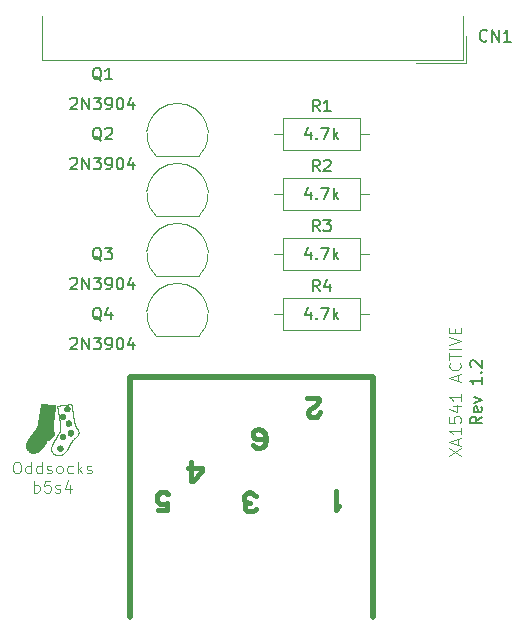
<source format=gto>
%TF.GenerationSoftware,KiCad,Pcbnew,9.0.5-1.fc42*%
%TF.CreationDate,2025-11-09T17:22:24+08:00*%
%TF.ProjectId,b5s4-XA1541-active,62357334-2d58-4413-9135-34312d616374,1.1*%
%TF.SameCoordinates,Original*%
%TF.FileFunction,Legend,Top*%
%TF.FilePolarity,Positive*%
%FSLAX46Y46*%
G04 Gerber Fmt 4.6, Leading zero omitted, Abs format (unit mm)*
G04 Created by KiCad (PCBNEW 9.0.5-1.fc42) date 2025-11-09 17:22:24*
%MOMM*%
%LPD*%
G01*
G04 APERTURE LIST*
%ADD10C,0.000000*%
%ADD11C,0.052916*%
%ADD12C,0.005291*%
%ADD13C,0.150000*%
%ADD14C,0.100000*%
%ADD15C,0.120000*%
%ADD16C,0.500000*%
%ADD17C,0.400000*%
%ADD18C,1.600000*%
%ADD19C,3.000000*%
%ADD20R,1.050000X1.500000*%
%ADD21O,1.050000X1.500000*%
%ADD22R,1.846667X3.480000*%
G04 APERTURE END LIST*
D10*
G36*
X103721178Y-109378874D02*
G01*
X103735365Y-109379953D01*
X103749346Y-109381730D01*
X103763103Y-109384187D01*
X103776619Y-109387306D01*
X103789876Y-109391071D01*
X103802857Y-109395463D01*
X103815543Y-109400465D01*
X103827918Y-109406059D01*
X103839964Y-109412229D01*
X103851663Y-109418956D01*
X103862997Y-109426222D01*
X103873950Y-109434011D01*
X103884504Y-109442304D01*
X103894641Y-109451085D01*
X103904343Y-109460335D01*
X103913593Y-109470037D01*
X103922374Y-109480174D01*
X103930667Y-109490728D01*
X103938456Y-109501681D01*
X103945722Y-109513015D01*
X103952449Y-109524714D01*
X103958619Y-109536760D01*
X103964213Y-109549135D01*
X103969215Y-109561821D01*
X103973607Y-109574802D01*
X103977372Y-109588059D01*
X103980491Y-109601575D01*
X103982948Y-109615332D01*
X103984725Y-109629313D01*
X103985804Y-109643500D01*
X103986167Y-109657877D01*
X103985804Y-109672253D01*
X103984725Y-109686440D01*
X103982948Y-109700421D01*
X103980491Y-109714179D01*
X103977372Y-109727694D01*
X103973607Y-109740951D01*
X103969215Y-109753932D01*
X103964213Y-109766618D01*
X103958619Y-109778993D01*
X103952449Y-109791039D01*
X103945722Y-109802738D01*
X103938456Y-109814073D01*
X103930667Y-109825026D01*
X103922374Y-109835579D01*
X103913593Y-109845716D01*
X103904343Y-109855418D01*
X103894641Y-109864668D01*
X103884504Y-109873449D01*
X103873950Y-109881742D01*
X103862997Y-109889531D01*
X103851663Y-109896798D01*
X103839964Y-109903524D01*
X103827918Y-109909694D01*
X103815543Y-109915288D01*
X103802857Y-109920290D01*
X103789876Y-109924683D01*
X103776619Y-109928447D01*
X103763103Y-109931567D01*
X103749346Y-109934023D01*
X103735365Y-109935800D01*
X103721178Y-109936879D01*
X103706802Y-109937242D01*
X103692425Y-109936879D01*
X103678238Y-109935800D01*
X103664257Y-109934023D01*
X103650500Y-109931567D01*
X103636984Y-109928447D01*
X103623727Y-109924683D01*
X103610746Y-109920290D01*
X103598060Y-109915288D01*
X103585685Y-109909694D01*
X103573639Y-109903524D01*
X103561940Y-109896798D01*
X103550605Y-109889531D01*
X103539653Y-109881742D01*
X103529099Y-109873449D01*
X103518962Y-109864668D01*
X103509260Y-109855418D01*
X103500010Y-109845716D01*
X103491229Y-109835579D01*
X103482936Y-109825026D01*
X103475147Y-109814073D01*
X103467880Y-109802738D01*
X103461154Y-109791039D01*
X103454984Y-109778993D01*
X103449390Y-109766618D01*
X103444388Y-109753932D01*
X103439995Y-109740951D01*
X103436231Y-109727694D01*
X103433111Y-109714179D01*
X103430655Y-109700421D01*
X103428878Y-109686440D01*
X103427799Y-109672253D01*
X103427436Y-109657877D01*
X103427799Y-109643500D01*
X103428878Y-109629313D01*
X103430655Y-109615332D01*
X103433111Y-109601575D01*
X103436231Y-109588059D01*
X103439995Y-109574802D01*
X103444388Y-109561821D01*
X103449390Y-109549135D01*
X103454984Y-109536760D01*
X103461154Y-109524714D01*
X103467880Y-109513015D01*
X103475147Y-109501681D01*
X103482936Y-109490728D01*
X103491229Y-109480174D01*
X103500010Y-109470037D01*
X103509260Y-109460335D01*
X103518962Y-109451085D01*
X103529099Y-109442304D01*
X103539653Y-109434011D01*
X103550605Y-109426222D01*
X103561940Y-109418956D01*
X103573639Y-109412229D01*
X103585685Y-109406059D01*
X103598060Y-109400465D01*
X103610746Y-109395463D01*
X103623727Y-109391071D01*
X103636984Y-109387306D01*
X103650500Y-109384187D01*
X103664257Y-109381730D01*
X103678238Y-109379953D01*
X103692425Y-109378874D01*
X103706802Y-109378511D01*
X103721178Y-109378874D01*
G37*
G36*
X103334783Y-111722464D02*
G01*
X103348970Y-111723543D01*
X103362952Y-111725319D01*
X103376709Y-111727776D01*
X103390225Y-111730896D01*
X103403482Y-111734660D01*
X103416462Y-111739052D01*
X103429149Y-111744054D01*
X103441523Y-111749649D01*
X103453569Y-111755818D01*
X103465268Y-111762545D01*
X103476603Y-111769812D01*
X103487556Y-111777601D01*
X103498109Y-111785894D01*
X103508246Y-111794675D01*
X103517948Y-111803925D01*
X103527198Y-111813627D01*
X103535979Y-111823764D01*
X103544272Y-111834317D01*
X103552061Y-111845270D01*
X103559328Y-111856605D01*
X103566055Y-111868304D01*
X103572224Y-111880350D01*
X103577819Y-111892724D01*
X103582821Y-111905411D01*
X103587213Y-111918391D01*
X103590977Y-111931648D01*
X103594097Y-111945164D01*
X103596554Y-111958921D01*
X103598330Y-111972903D01*
X103599409Y-111987090D01*
X103599772Y-112001466D01*
X103599409Y-112015842D01*
X103598330Y-112030030D01*
X103596554Y-112044011D01*
X103594097Y-112057768D01*
X103590977Y-112071284D01*
X103587213Y-112084541D01*
X103582821Y-112097521D01*
X103577819Y-112110208D01*
X103572224Y-112122583D01*
X103566055Y-112134628D01*
X103559328Y-112146327D01*
X103552061Y-112157662D01*
X103544272Y-112168615D01*
X103535979Y-112179169D01*
X103527198Y-112189305D01*
X103517948Y-112199007D01*
X103508246Y-112208258D01*
X103498109Y-112217038D01*
X103487556Y-112225332D01*
X103476603Y-112233120D01*
X103465268Y-112240387D01*
X103453569Y-112247114D01*
X103441523Y-112253283D01*
X103429149Y-112258878D01*
X103416462Y-112263880D01*
X103403482Y-112268272D01*
X103390225Y-112272037D01*
X103376709Y-112275156D01*
X103362952Y-112277613D01*
X103348970Y-112279390D01*
X103334783Y-112280468D01*
X103320407Y-112280832D01*
X103306031Y-112280468D01*
X103291843Y-112279390D01*
X103277862Y-112277613D01*
X103264105Y-112275156D01*
X103250589Y-112272037D01*
X103237332Y-112268272D01*
X103224352Y-112263880D01*
X103211665Y-112258878D01*
X103199290Y-112253283D01*
X103187245Y-112247114D01*
X103175546Y-112240387D01*
X103164211Y-112233120D01*
X103153258Y-112225332D01*
X103142704Y-112217038D01*
X103132568Y-112208258D01*
X103122865Y-112199007D01*
X103113615Y-112189305D01*
X103104835Y-112179169D01*
X103096541Y-112168615D01*
X103088752Y-112157662D01*
X103081486Y-112146327D01*
X103074759Y-112134628D01*
X103068590Y-112122583D01*
X103062995Y-112110208D01*
X103057993Y-112097521D01*
X103053601Y-112084541D01*
X103049836Y-112071284D01*
X103046717Y-112057768D01*
X103044260Y-112044011D01*
X103042483Y-112030030D01*
X103041405Y-112015842D01*
X103041041Y-112001466D01*
X103041405Y-111987090D01*
X103042483Y-111972903D01*
X103044260Y-111958921D01*
X103046717Y-111945164D01*
X103049836Y-111931648D01*
X103053601Y-111918391D01*
X103057993Y-111905411D01*
X103062995Y-111892724D01*
X103068590Y-111880350D01*
X103074759Y-111868304D01*
X103081486Y-111856605D01*
X103088752Y-111845270D01*
X103096541Y-111834317D01*
X103104835Y-111823764D01*
X103113615Y-111813627D01*
X103122865Y-111803925D01*
X103132568Y-111794675D01*
X103142704Y-111785894D01*
X103153258Y-111777601D01*
X103164211Y-111769812D01*
X103175546Y-111762545D01*
X103187245Y-111755818D01*
X103199290Y-111749649D01*
X103211665Y-111744054D01*
X103224352Y-111739052D01*
X103237332Y-111734660D01*
X103250589Y-111730896D01*
X103264105Y-111727776D01*
X103277862Y-111725319D01*
X103291843Y-111723543D01*
X103306031Y-111722464D01*
X103320407Y-111722100D01*
X103334783Y-111722464D01*
G37*
G36*
X103126939Y-112724521D02*
G01*
X103141127Y-112725600D01*
X103155108Y-112727377D01*
X103168865Y-112729833D01*
X103182381Y-112732953D01*
X103195638Y-112736717D01*
X103208619Y-112741110D01*
X103221305Y-112746112D01*
X103233680Y-112751706D01*
X103245725Y-112757876D01*
X103257424Y-112764602D01*
X103268759Y-112771869D01*
X103279712Y-112779658D01*
X103290266Y-112787951D01*
X103300402Y-112796732D01*
X103310105Y-112805982D01*
X103319355Y-112815684D01*
X103328135Y-112825821D01*
X103336429Y-112836374D01*
X103344218Y-112847327D01*
X103351484Y-112858662D01*
X103358211Y-112870361D01*
X103364380Y-112882407D01*
X103369975Y-112894782D01*
X103374977Y-112907468D01*
X103379369Y-112920449D01*
X103383134Y-112933706D01*
X103386253Y-112947222D01*
X103388710Y-112960979D01*
X103390486Y-112974960D01*
X103391565Y-112989147D01*
X103391929Y-113003524D01*
X103391565Y-113017900D01*
X103390486Y-113032087D01*
X103388710Y-113046068D01*
X103386253Y-113059825D01*
X103383134Y-113073341D01*
X103379369Y-113086598D01*
X103374977Y-113099579D01*
X103369975Y-113112265D01*
X103364380Y-113124640D01*
X103358211Y-113136686D01*
X103351484Y-113148385D01*
X103344218Y-113159719D01*
X103336429Y-113170672D01*
X103328135Y-113181226D01*
X103319355Y-113191363D01*
X103310105Y-113201065D01*
X103300402Y-113210315D01*
X103290266Y-113219096D01*
X103279712Y-113227389D01*
X103268759Y-113235178D01*
X103257424Y-113242444D01*
X103245725Y-113249171D01*
X103233680Y-113255341D01*
X103221305Y-113260935D01*
X103208619Y-113265937D01*
X103195638Y-113270329D01*
X103182381Y-113274094D01*
X103168865Y-113277213D01*
X103155108Y-113279670D01*
X103141127Y-113281447D01*
X103126939Y-113282526D01*
X103112563Y-113282889D01*
X103098187Y-113282526D01*
X103084000Y-113281447D01*
X103070019Y-113279670D01*
X103056261Y-113277213D01*
X103042745Y-113274094D01*
X103029488Y-113270329D01*
X103016508Y-113265937D01*
X103003821Y-113260935D01*
X102991447Y-113255341D01*
X102979401Y-113249171D01*
X102967702Y-113242444D01*
X102956367Y-113235178D01*
X102945414Y-113227389D01*
X102934861Y-113219096D01*
X102924724Y-113210315D01*
X102915022Y-113201065D01*
X102905772Y-113191363D01*
X102896991Y-113181226D01*
X102888698Y-113170672D01*
X102880909Y-113159719D01*
X102873642Y-113148385D01*
X102866915Y-113136686D01*
X102860746Y-113124640D01*
X102855151Y-113112265D01*
X102850149Y-113099579D01*
X102845757Y-113086598D01*
X102841993Y-113073341D01*
X102838873Y-113059825D01*
X102836416Y-113046068D01*
X102834640Y-113032087D01*
X102833561Y-113017900D01*
X102833197Y-113003524D01*
X102833561Y-112989147D01*
X102834640Y-112974960D01*
X102836416Y-112960979D01*
X102838873Y-112947222D01*
X102841993Y-112933706D01*
X102845757Y-112920449D01*
X102850149Y-112907468D01*
X102855151Y-112894782D01*
X102860746Y-112882407D01*
X102866915Y-112870361D01*
X102873642Y-112858662D01*
X102880909Y-112847327D01*
X102888698Y-112836374D01*
X102896991Y-112825821D01*
X102905772Y-112815684D01*
X102915022Y-112805982D01*
X102924724Y-112796732D01*
X102934861Y-112787951D01*
X102945414Y-112779658D01*
X102956367Y-112771869D01*
X102967702Y-112764602D01*
X102979401Y-112757876D01*
X102991447Y-112751706D01*
X103003821Y-112746112D01*
X103016508Y-112741110D01*
X103029488Y-112736717D01*
X103042745Y-112732953D01*
X103056261Y-112729833D01*
X103070019Y-112727377D01*
X103084000Y-112725600D01*
X103098187Y-112724521D01*
X103112563Y-112724158D01*
X103126939Y-112724521D01*
G37*
G36*
X104021391Y-111426749D02*
G01*
X104035578Y-111427828D01*
X104049559Y-111429605D01*
X104063317Y-111432062D01*
X104076832Y-111435181D01*
X104090089Y-111438946D01*
X104103070Y-111443338D01*
X104115756Y-111448340D01*
X104128131Y-111453934D01*
X104140177Y-111460104D01*
X104151876Y-111466831D01*
X104163211Y-111474097D01*
X104174164Y-111481886D01*
X104184717Y-111490179D01*
X104194854Y-111498960D01*
X104204556Y-111508210D01*
X104213806Y-111517912D01*
X104222587Y-111528049D01*
X104230880Y-111538603D01*
X104238669Y-111549556D01*
X104245936Y-111560890D01*
X104252662Y-111572589D01*
X104258832Y-111584635D01*
X104264426Y-111597010D01*
X104269429Y-111609696D01*
X104273821Y-111622677D01*
X104277585Y-111635934D01*
X104280705Y-111649450D01*
X104283162Y-111663207D01*
X104284938Y-111677188D01*
X104286017Y-111691375D01*
X104286380Y-111705752D01*
X104286017Y-111720128D01*
X104284938Y-111734315D01*
X104283162Y-111748296D01*
X104280705Y-111762053D01*
X104277585Y-111775569D01*
X104273821Y-111788826D01*
X104269429Y-111801807D01*
X104264426Y-111814493D01*
X104258832Y-111826868D01*
X104252662Y-111838914D01*
X104245936Y-111850613D01*
X104238669Y-111861947D01*
X104230880Y-111872900D01*
X104222587Y-111883454D01*
X104213806Y-111893591D01*
X104204556Y-111903293D01*
X104194854Y-111912543D01*
X104184717Y-111921324D01*
X104174164Y-111929617D01*
X104163211Y-111937406D01*
X104151876Y-111944672D01*
X104140177Y-111951399D01*
X104128131Y-111957569D01*
X104115756Y-111963163D01*
X104103070Y-111968165D01*
X104090089Y-111972557D01*
X104076832Y-111976322D01*
X104063317Y-111979441D01*
X104049559Y-111981898D01*
X104035578Y-111983675D01*
X104021391Y-111984754D01*
X104007015Y-111985117D01*
X103992638Y-111984754D01*
X103978451Y-111983675D01*
X103964470Y-111981898D01*
X103950713Y-111979441D01*
X103937197Y-111976322D01*
X103923940Y-111972557D01*
X103910959Y-111968165D01*
X103898273Y-111963163D01*
X103885898Y-111957569D01*
X103873852Y-111951399D01*
X103862153Y-111944672D01*
X103850819Y-111937406D01*
X103839866Y-111929617D01*
X103829312Y-111921324D01*
X103819176Y-111912543D01*
X103809473Y-111903293D01*
X103800223Y-111893591D01*
X103791443Y-111883454D01*
X103783149Y-111872900D01*
X103775360Y-111861947D01*
X103768094Y-111850613D01*
X103761367Y-111838914D01*
X103755198Y-111826868D01*
X103749603Y-111814493D01*
X103744601Y-111801807D01*
X103740209Y-111788826D01*
X103736444Y-111775569D01*
X103733325Y-111762053D01*
X103730868Y-111748296D01*
X103729091Y-111734315D01*
X103728013Y-111720128D01*
X103727649Y-111705752D01*
X103728013Y-111691375D01*
X103729091Y-111677188D01*
X103730868Y-111663207D01*
X103733325Y-111649450D01*
X103736444Y-111635934D01*
X103740209Y-111622677D01*
X103744601Y-111609696D01*
X103749603Y-111597010D01*
X103755198Y-111584635D01*
X103761367Y-111572589D01*
X103768094Y-111560890D01*
X103775360Y-111549556D01*
X103783149Y-111538603D01*
X103791443Y-111528049D01*
X103800223Y-111517912D01*
X103809473Y-111508210D01*
X103819176Y-111498960D01*
X103829312Y-111490179D01*
X103839866Y-111481886D01*
X103850819Y-111474097D01*
X103862153Y-111466831D01*
X103873852Y-111460104D01*
X103885898Y-111453934D01*
X103898273Y-111448340D01*
X103910959Y-111443338D01*
X103923940Y-111438946D01*
X103937197Y-111435181D01*
X103950713Y-111432062D01*
X103964470Y-111429605D01*
X103978451Y-111427828D01*
X103992638Y-111426749D01*
X104007015Y-111426386D01*
X104021391Y-111426749D01*
G37*
D11*
X104002417Y-109235875D02*
X104013000Y-109235875D01*
X104018291Y-109241167D01*
X104023583Y-109241167D01*
X104044750Y-109262334D01*
X104044750Y-109272917D01*
X104050041Y-109278209D01*
X104050041Y-109288792D01*
X104055333Y-109294084D01*
X104055333Y-109325834D01*
X104060625Y-109331125D01*
X104060625Y-109357584D01*
X104065917Y-109362875D01*
X104065917Y-109394625D01*
X104071208Y-109399917D01*
X104071208Y-109426375D01*
X104076500Y-109431667D01*
X104076500Y-109458125D01*
X104081792Y-109463417D01*
X104081792Y-109489875D01*
X104087083Y-109495167D01*
X104087083Y-109526917D01*
X104092375Y-109532209D01*
X104092375Y-109558667D01*
X104097666Y-109563959D01*
X104097666Y-109595709D01*
X104102958Y-109601000D01*
X104102958Y-109627459D01*
X104108250Y-109632750D01*
X104108250Y-109659209D01*
X104113541Y-109664500D01*
X104113541Y-109690959D01*
X104118833Y-109696250D01*
X104118833Y-109722709D01*
X104124125Y-109728000D01*
X104124125Y-109754459D01*
X104129416Y-109759750D01*
X104129416Y-109786209D01*
X104134708Y-109791500D01*
X104134708Y-109823250D01*
X104140000Y-109828542D01*
X104140000Y-109855000D01*
X104145292Y-109860292D01*
X104145292Y-109897334D01*
X104150583Y-109902625D01*
X104150583Y-109934375D01*
X104155875Y-109939667D01*
X104155875Y-109971417D01*
X104161167Y-109976709D01*
X104161167Y-110003167D01*
X104166458Y-110008459D01*
X104166458Y-110034917D01*
X104171750Y-110040209D01*
X104171750Y-110071959D01*
X104177041Y-110077250D01*
X104177041Y-110109000D01*
X104182333Y-110114292D01*
X104182333Y-110140750D01*
X104187625Y-110146042D01*
X104187625Y-110167209D01*
X104192916Y-110172500D01*
X104192916Y-110193667D01*
X104198208Y-110198959D01*
X104198208Y-110225417D01*
X104203500Y-110230709D01*
X104203500Y-110257167D01*
X104208791Y-110262459D01*
X104208791Y-110288917D01*
X104214083Y-110294209D01*
X104214083Y-110325959D01*
X104219375Y-110331250D01*
X104219375Y-110363000D01*
X104224667Y-110368292D01*
X104224667Y-110389459D01*
X104229958Y-110394750D01*
X104229958Y-110426500D01*
X104235250Y-110431792D01*
X104235250Y-110468834D01*
X104240542Y-110474125D01*
X104240542Y-110500584D01*
X104245833Y-110505875D01*
X104245833Y-110542917D01*
X104251125Y-110548209D01*
X104251125Y-110579959D01*
X104256416Y-110585250D01*
X104256416Y-110617000D01*
X104261708Y-110622292D01*
X104261708Y-110654042D01*
X104267000Y-110659334D01*
X104267000Y-110685792D01*
X104272291Y-110691084D01*
X104272291Y-110712250D01*
X104277583Y-110717542D01*
X104277583Y-110738709D01*
X104282875Y-110744000D01*
X104282875Y-110759875D01*
X104288166Y-110765167D01*
X104288166Y-110781042D01*
X104293458Y-110786334D01*
X104293458Y-110802209D01*
X104298750Y-110807500D01*
X104298750Y-110823375D01*
X104304042Y-110828667D01*
X104304042Y-110849834D01*
X104309333Y-110855125D01*
X104309333Y-110871000D01*
X104314625Y-110876292D01*
X104314625Y-110892167D01*
X104319917Y-110897459D01*
X104319917Y-110913334D01*
X104325208Y-110918625D01*
X104325208Y-110939792D01*
X104330500Y-110945084D01*
X104330500Y-110960959D01*
X104335791Y-110966250D01*
X104335791Y-110976834D01*
X104341083Y-110982125D01*
X104341083Y-110992709D01*
X104346375Y-110998000D01*
X104346375Y-111003292D01*
X104351666Y-111008584D01*
X104346375Y-111013875D01*
X104356958Y-111024459D01*
X104356958Y-111029750D01*
X104362250Y-111035042D01*
X104362250Y-111045625D01*
X104367541Y-111050917D01*
X104367541Y-111056209D01*
X104372833Y-111061500D01*
X104372833Y-111066792D01*
X104378125Y-111072084D01*
X104378125Y-111077375D01*
X104383417Y-111082667D01*
X104383417Y-111093250D01*
X104388708Y-111098542D01*
X104388708Y-111103834D01*
X104394000Y-111109125D01*
X104394000Y-111114417D01*
X104399292Y-111119709D01*
X104399292Y-111125000D01*
X104404583Y-111130292D01*
X104404583Y-111135584D01*
X104415166Y-111146167D01*
X104415166Y-111151459D01*
X104425750Y-111162042D01*
X104425750Y-111167333D01*
X104436333Y-111177917D01*
X104436333Y-111183209D01*
X104446916Y-111193792D01*
X104446916Y-111199084D01*
X104462792Y-111214959D01*
X104462792Y-111220250D01*
X104473375Y-111230834D01*
X104473375Y-111236125D01*
X104489250Y-111252000D01*
X104489250Y-111257292D01*
X104499833Y-111267875D01*
X104499833Y-111273167D01*
X104510416Y-111283750D01*
X104510416Y-111289042D01*
X104526291Y-111304917D01*
X104526291Y-111310209D01*
X104536875Y-111320792D01*
X104536875Y-111326083D01*
X104552750Y-111341959D01*
X104552750Y-111347250D01*
X104563333Y-111357834D01*
X104563333Y-111363125D01*
X104573916Y-111373709D01*
X104573916Y-111379000D01*
X104584500Y-111389584D01*
X104584500Y-111394875D01*
X104589791Y-111400167D01*
X104589791Y-111405458D01*
X104595083Y-111410750D01*
X104595083Y-111416042D01*
X104605666Y-111426625D01*
X104605666Y-111437209D01*
X104610958Y-111442500D01*
X104610958Y-111447792D01*
X104616250Y-111453084D01*
X104616250Y-111458375D01*
X104621542Y-111463667D01*
X104621542Y-111468958D01*
X104626833Y-111474250D01*
X104626833Y-111484834D01*
X104632125Y-111490125D01*
X104632125Y-111500709D01*
X104637417Y-111506000D01*
X104637417Y-111521875D01*
X104642708Y-111527167D01*
X104642708Y-111543042D01*
X104648000Y-111548333D01*
X104648000Y-111585375D01*
X104653291Y-111590667D01*
X104653291Y-111648875D01*
X104648000Y-111654167D01*
X104648000Y-111691208D01*
X104642708Y-111696500D01*
X104642708Y-111717667D01*
X104637417Y-111722959D01*
X104637417Y-111738834D01*
X104632125Y-111744125D01*
X104632125Y-111754709D01*
X104626833Y-111760000D01*
X104626833Y-111770583D01*
X104621542Y-111775875D01*
X104621542Y-111781167D01*
X104616250Y-111786458D01*
X104616250Y-111797042D01*
X104610958Y-111802334D01*
X104610958Y-111807625D01*
X104605666Y-111812917D01*
X104605666Y-111818209D01*
X104600375Y-111823500D01*
X104600375Y-111828792D01*
X104595083Y-111834084D01*
X104595083Y-111839375D01*
X104589791Y-111844667D01*
X104589791Y-111849958D01*
X104579208Y-111860542D01*
X104579208Y-111865833D01*
X104568625Y-111876417D01*
X104568625Y-111881709D01*
X104558042Y-111892292D01*
X104558042Y-111897584D01*
X104542167Y-111913459D01*
X104542167Y-111918750D01*
X104441625Y-112019292D01*
X104436333Y-112019292D01*
X104415166Y-112040459D01*
X104409875Y-112040459D01*
X104388708Y-112061625D01*
X104383417Y-112061625D01*
X104367541Y-112077500D01*
X104362250Y-112077500D01*
X104346375Y-112093375D01*
X104341083Y-112093375D01*
X104330500Y-112103958D01*
X104325208Y-112103958D01*
X104293458Y-112135709D01*
X104288166Y-112135709D01*
X104272291Y-112151584D01*
X104267000Y-112151584D01*
X104177041Y-112241542D01*
X104177041Y-112246833D01*
X104150583Y-112273292D01*
X104150583Y-112278584D01*
X104124125Y-112305042D01*
X104124125Y-112310334D01*
X104102958Y-112331500D01*
X104102958Y-112336792D01*
X104087083Y-112352667D01*
X104087083Y-112357959D01*
X104071208Y-112373834D01*
X104071208Y-112379125D01*
X104055333Y-112395000D01*
X104055333Y-112400292D01*
X104044750Y-112410875D01*
X104044750Y-112416167D01*
X104034166Y-112426750D01*
X104034166Y-112432042D01*
X104023583Y-112442625D01*
X104023583Y-112447917D01*
X104018291Y-112453209D01*
X104018291Y-112458500D01*
X104007708Y-112469084D01*
X104007708Y-112474375D01*
X104002417Y-112479667D01*
X104002417Y-112484958D01*
X103997125Y-112490250D01*
X103997125Y-112495542D01*
X103986542Y-112506125D01*
X103986542Y-112511417D01*
X103981250Y-112516709D01*
X103981250Y-112522000D01*
X103970666Y-112532584D01*
X103970666Y-112537875D01*
X103965375Y-112543167D01*
X103965375Y-112548459D01*
X103960083Y-112553750D01*
X103960083Y-112559042D01*
X103949500Y-112569625D01*
X103949500Y-112574917D01*
X103944208Y-112580208D01*
X103944208Y-112585500D01*
X103938916Y-112590792D01*
X103938916Y-112596083D01*
X103933625Y-112601375D01*
X103933625Y-112606667D01*
X103928333Y-112611959D01*
X103928333Y-112617250D01*
X103917750Y-112627834D01*
X103917750Y-112633125D01*
X103912458Y-112638417D01*
X103912458Y-112643708D01*
X103907167Y-112649000D01*
X103907167Y-112654292D01*
X103901875Y-112659583D01*
X103901875Y-112664875D01*
X103891291Y-112675458D01*
X103891291Y-112680750D01*
X103886000Y-112686042D01*
X103886000Y-112691334D01*
X103880708Y-112696625D01*
X103880708Y-112701917D01*
X103875416Y-112707209D01*
X103875416Y-112712500D01*
X103870125Y-112717792D01*
X103870125Y-112723083D01*
X103859541Y-112733667D01*
X103859541Y-112738958D01*
X103854250Y-112744250D01*
X103854250Y-112749542D01*
X103848958Y-112754833D01*
X103848958Y-112760125D01*
X103843667Y-112765417D01*
X103843667Y-112770709D01*
X103838375Y-112776000D01*
X103838375Y-112781292D01*
X103833083Y-112786584D01*
X103833083Y-112791875D01*
X103822500Y-112802458D01*
X103822500Y-112807750D01*
X103817208Y-112813042D01*
X103817208Y-112818333D01*
X103811917Y-112823625D01*
X103811917Y-112828917D01*
X103806625Y-112834208D01*
X103806625Y-112839500D01*
X103801333Y-112844792D01*
X103801333Y-112850084D01*
X103796041Y-112855375D01*
X103796041Y-112860667D01*
X103785458Y-112871250D01*
X103785458Y-112881833D01*
X103774875Y-112892417D01*
X103774875Y-112897708D01*
X103769583Y-112903000D01*
X103769583Y-112908292D01*
X103764292Y-112913583D01*
X103764292Y-112918875D01*
X103759000Y-112924167D01*
X103759000Y-112929459D01*
X103753708Y-112934750D01*
X103753708Y-112940042D01*
X103748417Y-112945334D01*
X103748417Y-112950625D01*
X103743125Y-112955917D01*
X103743125Y-112961208D01*
X103737833Y-112966500D01*
X103737833Y-112971792D01*
X103727250Y-112982375D01*
X103727250Y-112987667D01*
X103721958Y-112992958D01*
X103721958Y-112998250D01*
X103716666Y-113003542D01*
X103716666Y-113008834D01*
X103711375Y-113014125D01*
X103711375Y-113019417D01*
X103706083Y-113024709D01*
X103706083Y-113030000D01*
X103695500Y-113040583D01*
X103695500Y-113045875D01*
X103690208Y-113051167D01*
X103690208Y-113056458D01*
X103684917Y-113061750D01*
X103684917Y-113067042D01*
X103674333Y-113077625D01*
X103674333Y-113082917D01*
X103669042Y-113088209D01*
X103669042Y-113093500D01*
X103658458Y-113104084D01*
X103658458Y-113109375D01*
X103647875Y-113119958D01*
X103647875Y-113125250D01*
X103642583Y-113130542D01*
X103642583Y-113135833D01*
X103632000Y-113146417D01*
X103632000Y-113151708D01*
X103621416Y-113162292D01*
X103621416Y-113167584D01*
X103605542Y-113183459D01*
X103605542Y-113188750D01*
X103589667Y-113204625D01*
X103589667Y-113209917D01*
X103568500Y-113231083D01*
X103568500Y-113236375D01*
X103499708Y-113305167D01*
X103494417Y-113305167D01*
X103452083Y-113347500D01*
X103446792Y-113347500D01*
X103425625Y-113368667D01*
X103420333Y-113368667D01*
X103404458Y-113384542D01*
X103399166Y-113384542D01*
X103383291Y-113400417D01*
X103378000Y-113400417D01*
X103362125Y-113416292D01*
X103356833Y-113416292D01*
X103346250Y-113426875D01*
X103340958Y-113426875D01*
X103330375Y-113437458D01*
X103325083Y-113437458D01*
X103314500Y-113448042D01*
X103309208Y-113448042D01*
X103298625Y-113458625D01*
X103293333Y-113458625D01*
X103282750Y-113469208D01*
X103277458Y-113469208D01*
X103272167Y-113474500D01*
X103266875Y-113474500D01*
X103261583Y-113479792D01*
X103256292Y-113479792D01*
X103251000Y-113485084D01*
X103245708Y-113485084D01*
X103240416Y-113490375D01*
X103235125Y-113490375D01*
X103229833Y-113495667D01*
X103224541Y-113495667D01*
X103219250Y-113500959D01*
X103213958Y-113500959D01*
X103208667Y-113506250D01*
X103203375Y-113506250D01*
X103198083Y-113511542D01*
X103187500Y-113511542D01*
X103182208Y-113516833D01*
X103176917Y-113516833D01*
X103171625Y-113522125D01*
X103161041Y-113522125D01*
X103155750Y-113527417D01*
X103145166Y-113527417D01*
X103139875Y-113532708D01*
X103129292Y-113532708D01*
X103124000Y-113538000D01*
X103108125Y-113538000D01*
X103102833Y-113543292D01*
X103086958Y-113543292D01*
X103081666Y-113548583D01*
X103065791Y-113548583D01*
X103060500Y-113553875D01*
X103039333Y-113553875D01*
X103034042Y-113559167D01*
X103002291Y-113559167D01*
X102997000Y-113564459D01*
X102938792Y-113564459D01*
X102933500Y-113569750D01*
X102896458Y-113569750D01*
X102891167Y-113564459D01*
X102832958Y-113564459D01*
X102827666Y-113559167D01*
X102806500Y-113559167D01*
X102801208Y-113553875D01*
X102780042Y-113553875D01*
X102774750Y-113548583D01*
X102758875Y-113548583D01*
X102753583Y-113543292D01*
X102743000Y-113543292D01*
X102737708Y-113538000D01*
X102727125Y-113538000D01*
X102721833Y-113532708D01*
X102711250Y-113532708D01*
X102705958Y-113527417D01*
X102700666Y-113527417D01*
X102695375Y-113522125D01*
X102690083Y-113522125D01*
X102684792Y-113516833D01*
X102679500Y-113516833D01*
X102674208Y-113511542D01*
X102668917Y-113511542D01*
X102663625Y-113506250D01*
X102658333Y-113506250D01*
X102653042Y-113500959D01*
X102647750Y-113500959D01*
X102642458Y-113495667D01*
X102637167Y-113495667D01*
X102631875Y-113490375D01*
X102626583Y-113490375D01*
X102621291Y-113485084D01*
X102616000Y-113485084D01*
X102605417Y-113474500D01*
X102600125Y-113474500D01*
X102589542Y-113463917D01*
X102584250Y-113463917D01*
X102573667Y-113453333D01*
X102568375Y-113453333D01*
X102552500Y-113437458D01*
X102547208Y-113437458D01*
X102526042Y-113416292D01*
X102520750Y-113416292D01*
X102478417Y-113373958D01*
X102478417Y-113368667D01*
X102451958Y-113342209D01*
X102451958Y-113336917D01*
X102436083Y-113321042D01*
X102436083Y-113315750D01*
X102425500Y-113305167D01*
X102425500Y-113299875D01*
X102414917Y-113289292D01*
X102414917Y-113284000D01*
X102409625Y-113278708D01*
X102409625Y-113273417D01*
X102404333Y-113268125D01*
X102404333Y-113262834D01*
X102399042Y-113257542D01*
X102399042Y-113252250D01*
X102393750Y-113246959D01*
X102393750Y-113241667D01*
X102388458Y-113236375D01*
X102388458Y-113231083D01*
X102383167Y-113225792D01*
X102383167Y-113220500D01*
X102377875Y-113215208D01*
X102377875Y-113204625D01*
X102372583Y-113199333D01*
X102372583Y-113194042D01*
X102367292Y-113188750D01*
X102367292Y-113178167D01*
X102362000Y-113172875D01*
X102362000Y-113162292D01*
X102356708Y-113157000D01*
X102356708Y-113141125D01*
X102351417Y-113135833D01*
X102351417Y-113119958D01*
X102346125Y-113114667D01*
X102346125Y-113093500D01*
X102340833Y-113088209D01*
X102340833Y-113056458D01*
X102335542Y-113051167D01*
X102335542Y-112924167D01*
X102340833Y-112918875D01*
X102340833Y-112887125D01*
X102346125Y-112881833D01*
X102346125Y-112860667D01*
X102351417Y-112855375D01*
X102351417Y-112839500D01*
X102356708Y-112834208D01*
X102356708Y-112818333D01*
X102362000Y-112813042D01*
X102362000Y-112802458D01*
X102367292Y-112797167D01*
X102367292Y-112781292D01*
X102372583Y-112776000D01*
X102372583Y-112770709D01*
X102377875Y-112765417D01*
X102377875Y-112754833D01*
X102383167Y-112749542D01*
X102383167Y-112738958D01*
X102388458Y-112733667D01*
X102388458Y-112723083D01*
X102393750Y-112717792D01*
X102393750Y-112707209D01*
X102399042Y-112701917D01*
X102399042Y-112696625D01*
X102404333Y-112691334D01*
X102404333Y-112686042D01*
X102409625Y-112680750D01*
X102409625Y-112670167D01*
X102414917Y-112664875D01*
X102414917Y-112659583D01*
X102420208Y-112654292D01*
X102420208Y-112649000D01*
X102425500Y-112643708D01*
X102425500Y-112638417D01*
X102430792Y-112633125D01*
X102430792Y-112622542D01*
X102436083Y-112617250D01*
X102436083Y-112611959D01*
X102441375Y-112606667D01*
X102441375Y-112601375D01*
X102446667Y-112596083D01*
X102446667Y-112590792D01*
X102451958Y-112585500D01*
X102451958Y-112580208D01*
X102462541Y-112569625D01*
X102462541Y-112564333D01*
X102467833Y-112559042D01*
X102467833Y-112553750D01*
X102473125Y-112548459D01*
X102473125Y-112543167D01*
X102478417Y-112537875D01*
X102478417Y-112532584D01*
X102483708Y-112527292D01*
X102483708Y-112522000D01*
X102489000Y-112516709D01*
X102489000Y-112511417D01*
X102494292Y-112506125D01*
X102494292Y-112500833D01*
X102499583Y-112495542D01*
X102499583Y-112490250D01*
X102510167Y-112479667D01*
X102510167Y-112469084D01*
X102520750Y-112458500D01*
X102520750Y-112453209D01*
X102526042Y-112447917D01*
X102526042Y-112442625D01*
X102531333Y-112437334D01*
X102531333Y-112432042D01*
X102541916Y-112421458D01*
X102541916Y-112416167D01*
X102547208Y-112410875D01*
X102547208Y-112405583D01*
X102552500Y-112400292D01*
X102552500Y-112395000D01*
X102557792Y-112389709D01*
X102557792Y-112384417D01*
X102568375Y-112373834D01*
X102568375Y-112368542D01*
X102578958Y-112357959D01*
X102578958Y-112352667D01*
X102584250Y-112347375D01*
X102584250Y-112342083D01*
X102594833Y-112331500D01*
X102594833Y-112326208D01*
X102600125Y-112320917D01*
X102600125Y-112315625D01*
X102610708Y-112305042D01*
X102610708Y-112299750D01*
X102616000Y-112294459D01*
X102616000Y-112289167D01*
X102626583Y-112278584D01*
X102626583Y-112273292D01*
X102631875Y-112268000D01*
X102631875Y-112262708D01*
X102637167Y-112257417D01*
X102637167Y-112252125D01*
X102647750Y-112241542D01*
X102647750Y-112236250D01*
X102653042Y-112230959D01*
X102653042Y-112225667D01*
X102663625Y-112215084D01*
X102663625Y-112209792D01*
X102668917Y-112204500D01*
X102668917Y-112199209D01*
X102679500Y-112188625D01*
X102679500Y-112183333D01*
X102684792Y-112178042D01*
X102684792Y-112172750D01*
X102695375Y-112162167D01*
X102695375Y-112156875D01*
X102700666Y-112151584D01*
X102700666Y-112146292D01*
X102711250Y-112135709D01*
X102711250Y-112130417D01*
X102716542Y-112125125D01*
X102716542Y-112119834D01*
X102721833Y-112114542D01*
X102721833Y-112109250D01*
X102732417Y-112098667D01*
X102732417Y-112093375D01*
X102743000Y-112082792D01*
X102743000Y-112077500D01*
X102753583Y-112066917D01*
X102753583Y-112056334D01*
X102764166Y-112045750D01*
X102764166Y-112040459D01*
X102769458Y-112035167D01*
X102769458Y-112029875D01*
X102780042Y-112019292D01*
X102780042Y-112014000D01*
X102785333Y-112008708D01*
X102785333Y-112003417D01*
X102790625Y-111998125D01*
X102790625Y-111992834D01*
X102795917Y-111987542D01*
X102795917Y-111982250D01*
X102806500Y-111971667D01*
X102806500Y-111966375D01*
X102811792Y-111961084D01*
X102811792Y-111955792D01*
X102817083Y-111950500D01*
X102817083Y-111945208D01*
X102827666Y-111934625D01*
X102827666Y-111929333D01*
X102832958Y-111924042D01*
X102832958Y-111918750D01*
X102838250Y-111913459D01*
X102838250Y-111908167D01*
X102848833Y-111897584D01*
X102848833Y-111892292D01*
X102854125Y-111887000D01*
X102854125Y-111881709D01*
X102859417Y-111876417D01*
X102859417Y-111871125D01*
X102870000Y-111860542D01*
X102870000Y-111855250D01*
X102875292Y-111849958D01*
X102875292Y-111844667D01*
X102880583Y-111839375D01*
X102880583Y-111834084D01*
X102891167Y-111823500D01*
X102891167Y-111818209D01*
X102896458Y-111812917D01*
X102896458Y-111807625D01*
X102901750Y-111802334D01*
X102901750Y-111797042D01*
X102912333Y-111786458D01*
X102912333Y-111781167D01*
X102917625Y-111775875D01*
X102917625Y-111770583D01*
X102928208Y-111760000D01*
X102928208Y-111754709D01*
X102933500Y-111749417D01*
X102933500Y-111744125D01*
X102938792Y-111738834D01*
X102938792Y-111733542D01*
X102949375Y-111722959D01*
X102949375Y-111717667D01*
X102954667Y-111712375D01*
X102954667Y-111707083D01*
X102965250Y-111696500D01*
X102965250Y-111691208D01*
X102975833Y-111680625D01*
X102975833Y-111675334D01*
X102981125Y-111670042D01*
X102981125Y-111664750D01*
X102991708Y-111654167D01*
X102991708Y-111648875D01*
X102997000Y-111643584D01*
X102997000Y-111638292D01*
X103007583Y-111627708D01*
X103007583Y-111622417D01*
X103012875Y-111617125D01*
X103012875Y-111611833D01*
X103028750Y-111595959D01*
X103028750Y-111585375D01*
X103034042Y-111580084D01*
X103034042Y-111574792D01*
X103044625Y-111564209D01*
X103044625Y-111558917D01*
X103049917Y-111553625D01*
X103049917Y-111548333D01*
X103055208Y-111543042D01*
X103055208Y-111532458D01*
X103060500Y-111527167D01*
X103060500Y-111516584D01*
X103065791Y-111511292D01*
X103065791Y-111500709D01*
X103071083Y-111495417D01*
X103071083Y-111484834D01*
X103076375Y-111479542D01*
X103076375Y-111468958D01*
X103081666Y-111463667D01*
X103081666Y-111453084D01*
X103086958Y-111447792D01*
X103086958Y-111431917D01*
X103092250Y-111426625D01*
X103092250Y-111410750D01*
X103097542Y-111405458D01*
X103097542Y-111389584D01*
X103102833Y-111384292D01*
X103102833Y-111363125D01*
X103108125Y-111357834D01*
X103108125Y-111331375D01*
X103113417Y-111326083D01*
X103113417Y-111283750D01*
X103118708Y-111278459D01*
X103118708Y-111172625D01*
X103113417Y-111167333D01*
X103113417Y-111109125D01*
X103108125Y-111103834D01*
X103108125Y-111066792D01*
X103102833Y-111061500D01*
X103108125Y-111056209D01*
X103102833Y-111050917D01*
X103102833Y-111003292D01*
X103097542Y-110998000D01*
X103097542Y-110992709D01*
X103102833Y-110987417D01*
X103097542Y-110982125D01*
X103097542Y-110923917D01*
X103092250Y-110918625D01*
X103092250Y-110876292D01*
X103086958Y-110871000D01*
X103086958Y-110844542D01*
X103081666Y-110839250D01*
X103081666Y-110812792D01*
X103076375Y-110807500D01*
X103076375Y-110786334D01*
X103071083Y-110781042D01*
X103071083Y-110759875D01*
X103065791Y-110754584D01*
X103065791Y-110733417D01*
X103060500Y-110728125D01*
X103060500Y-110701667D01*
X103055208Y-110696375D01*
X103055208Y-110669917D01*
X103049917Y-110664625D01*
X103049917Y-110638167D01*
X103044625Y-110632875D01*
X103044625Y-110611709D01*
X103039333Y-110606417D01*
X103039333Y-110585250D01*
X103034042Y-110579959D01*
X103034042Y-110553500D01*
X103028750Y-110548209D01*
X103028750Y-110527042D01*
X103023458Y-110521750D01*
X103023458Y-110495292D01*
X103018167Y-110490000D01*
X103018167Y-110458250D01*
X103012875Y-110452959D01*
X103012875Y-110426500D01*
X103007583Y-110421209D01*
X103007583Y-110389459D01*
X103002291Y-110384167D01*
X103002291Y-110363000D01*
X102997000Y-110357709D01*
X102997000Y-110336542D01*
X102991708Y-110331250D01*
X102991708Y-110304792D01*
X102986416Y-110299500D01*
X102986416Y-110278334D01*
X102981125Y-110273042D01*
X102981125Y-110246584D01*
X102975833Y-110241292D01*
X102975833Y-110220125D01*
X102970542Y-110214834D01*
X102970542Y-110188375D01*
X102965250Y-110183084D01*
X102965250Y-110156625D01*
X102959958Y-110151334D01*
X102959958Y-110130167D01*
X102954667Y-110124875D01*
X102954667Y-110098417D01*
X102949375Y-110093125D01*
X102949375Y-110066667D01*
X102944083Y-110061375D01*
X102944083Y-110034917D01*
X102938792Y-110029625D01*
X102938792Y-110003167D01*
X102933500Y-109997875D01*
X102933500Y-109971417D01*
X102928208Y-109966125D01*
X102928208Y-109934375D01*
X102922916Y-109929084D01*
X102922916Y-109897334D01*
X102917625Y-109892042D01*
X102917625Y-109844417D01*
X102912333Y-109839125D01*
X102912333Y-109812667D01*
X102907041Y-109807375D01*
X102907041Y-109780917D01*
X102901750Y-109775625D01*
X102901750Y-109749167D01*
X102896458Y-109743875D01*
X102896458Y-109717417D01*
X102891167Y-109712125D01*
X102891167Y-109685667D01*
X102885875Y-109680375D01*
X102885875Y-109653917D01*
X102880583Y-109648625D01*
X102880583Y-109622167D01*
X102875292Y-109616875D01*
X102875292Y-109590417D01*
X102870000Y-109585125D01*
X102870000Y-109558667D01*
X102864708Y-109553375D01*
X102864708Y-109521625D01*
X102859417Y-109516334D01*
X102859417Y-109489875D01*
X102854125Y-109484584D01*
X102854125Y-109458125D01*
X102848833Y-109452834D01*
X102848833Y-109421084D01*
X102854125Y-109415792D01*
X102854125Y-109410500D01*
X102859417Y-109405209D01*
X102859417Y-109399917D01*
X102875292Y-109384042D01*
X102880583Y-109384042D01*
X102885875Y-109378750D01*
X102891167Y-109378750D01*
X102896458Y-109373459D01*
X102912333Y-109373459D01*
X102917625Y-109368167D01*
X102949375Y-109368167D01*
X102954667Y-109362875D01*
X102986416Y-109362875D01*
X102991708Y-109357584D01*
X103023458Y-109357584D01*
X103028750Y-109352292D01*
X103065791Y-109352292D01*
X103071083Y-109347000D01*
X103102833Y-109347000D01*
X103108125Y-109341709D01*
X103139875Y-109341709D01*
X103145166Y-109336417D01*
X103182208Y-109336417D01*
X103187500Y-109331125D01*
X103224541Y-109331125D01*
X103229833Y-109325834D01*
X103261583Y-109325834D01*
X103266875Y-109320542D01*
X103309208Y-109320542D01*
X103314500Y-109315250D01*
X103346250Y-109315250D01*
X103351542Y-109309959D01*
X103388583Y-109309959D01*
X103393875Y-109304667D01*
X103430917Y-109304667D01*
X103436208Y-109299375D01*
X103467958Y-109299375D01*
X103473250Y-109294084D01*
X103505000Y-109294084D01*
X103510292Y-109288792D01*
X103547333Y-109288792D01*
X103552625Y-109283500D01*
X103584375Y-109283500D01*
X103589667Y-109278209D01*
X103626708Y-109278209D01*
X103632000Y-109272917D01*
X103663750Y-109272917D01*
X103669042Y-109267625D01*
X103700791Y-109267625D01*
X103706083Y-109262334D01*
X103737833Y-109262334D01*
X103743125Y-109257042D01*
X103774875Y-109257042D01*
X103780166Y-109251750D01*
X103822500Y-109251750D01*
X103827792Y-109246459D01*
X103864833Y-109246459D01*
X103870125Y-109241167D01*
X103907167Y-109241167D01*
X103912458Y-109235875D01*
X103949500Y-109235875D01*
X103954791Y-109230584D01*
X103997125Y-109230584D01*
X104002417Y-109235875D01*
D12*
X101600000Y-109220000D02*
X101642333Y-109220000D01*
X101647625Y-109225292D01*
X101700542Y-109225292D01*
X101705833Y-109230584D01*
X101753458Y-109230584D01*
X101758750Y-109235875D01*
X101801083Y-109235875D01*
X101806375Y-109241167D01*
X101854000Y-109241167D01*
X101859292Y-109246459D01*
X101906917Y-109246459D01*
X101912208Y-109251750D01*
X101959833Y-109251750D01*
X101965125Y-109257042D01*
X102012750Y-109257042D01*
X102018042Y-109262334D01*
X102060375Y-109262334D01*
X102065667Y-109267625D01*
X102108000Y-109267625D01*
X102113292Y-109272917D01*
X102166208Y-109272917D01*
X102171500Y-109278209D01*
X102213833Y-109278209D01*
X102219125Y-109283500D01*
X102266750Y-109283500D01*
X102272042Y-109288792D01*
X102314375Y-109288792D01*
X102319667Y-109294084D01*
X102367292Y-109294084D01*
X102372583Y-109299375D01*
X102414917Y-109299375D01*
X102420208Y-109304667D01*
X102467833Y-109304667D01*
X102473125Y-109309959D01*
X102520750Y-109309959D01*
X102526042Y-109315250D01*
X102568375Y-109315250D01*
X102573667Y-109320542D01*
X102610708Y-109320542D01*
X102616000Y-109325834D01*
X102626583Y-109325834D01*
X102631875Y-109331125D01*
X102637167Y-109331125D01*
X102658333Y-109352292D01*
X102658333Y-109357584D01*
X102663625Y-109362875D01*
X102663625Y-109368167D01*
X102668917Y-109373459D01*
X102668917Y-109431667D01*
X102663625Y-109436959D01*
X102663625Y-109468709D01*
X102658333Y-109474000D01*
X102658333Y-109505750D01*
X102653042Y-109511042D01*
X102653042Y-109542792D01*
X102647750Y-109548084D01*
X102647750Y-109579834D01*
X102642458Y-109585125D01*
X102642458Y-109616875D01*
X102637167Y-109622167D01*
X102637167Y-109653917D01*
X102631875Y-109659209D01*
X102631875Y-109690959D01*
X102626583Y-109696250D01*
X102626583Y-109728000D01*
X102621291Y-109733292D01*
X102621291Y-109759750D01*
X102616000Y-109765042D01*
X102616000Y-109796792D01*
X102610708Y-109802084D01*
X102610708Y-109823250D01*
X102605417Y-109828542D01*
X102605417Y-109865584D01*
X102600125Y-109870875D01*
X102600125Y-109902625D01*
X102594833Y-109907917D01*
X102594833Y-109939667D01*
X102589542Y-109944959D01*
X102589542Y-109976709D01*
X102584250Y-109982000D01*
X102584250Y-110019042D01*
X102578958Y-110024334D01*
X102578958Y-110066667D01*
X102573667Y-110071959D01*
X102573667Y-110114292D01*
X102568375Y-110119584D01*
X102568375Y-110161917D01*
X102563083Y-110167209D01*
X102563083Y-110198959D01*
X102557792Y-110204250D01*
X102557792Y-110246584D01*
X102552500Y-110251875D01*
X102552500Y-110288917D01*
X102547208Y-110294209D01*
X102547208Y-110331250D01*
X102541916Y-110336542D01*
X102541916Y-110368292D01*
X102536625Y-110373584D01*
X102536625Y-110410625D01*
X102531333Y-110415917D01*
X102531333Y-110452959D01*
X102526042Y-110458250D01*
X102526042Y-110495292D01*
X102520750Y-110500584D01*
X102520750Y-110537625D01*
X102515458Y-110542917D01*
X102515458Y-110574667D01*
X102510167Y-110579959D01*
X102510167Y-110606417D01*
X102504875Y-110611709D01*
X102504875Y-110648750D01*
X102499583Y-110654042D01*
X102499583Y-110696375D01*
X102494292Y-110701667D01*
X102494292Y-110733417D01*
X102489000Y-110738709D01*
X102489000Y-110770459D01*
X102483708Y-110775750D01*
X102483708Y-110823375D01*
X102478417Y-110828667D01*
X102478417Y-110855125D01*
X102473125Y-110860417D01*
X102473125Y-110892167D01*
X102467833Y-110897459D01*
X102467833Y-110934500D01*
X102462541Y-110939792D01*
X102462541Y-110955667D01*
X102457250Y-110960959D01*
X102462541Y-110966250D01*
X102462541Y-110971542D01*
X102457250Y-110976834D01*
X102457250Y-111024459D01*
X102451958Y-111029750D01*
X102451958Y-111172625D01*
X102457250Y-111177917D01*
X102457250Y-111225542D01*
X102462541Y-111230834D01*
X102462541Y-111267875D01*
X102467833Y-111273167D01*
X102467833Y-111299625D01*
X102473125Y-111304917D01*
X102473125Y-111331375D01*
X102478417Y-111336667D01*
X102478417Y-111352542D01*
X102483708Y-111357834D01*
X102483708Y-111373709D01*
X102489000Y-111379000D01*
X102489000Y-111394875D01*
X102494292Y-111400167D01*
X102494292Y-111416042D01*
X102499583Y-111421334D01*
X102499583Y-111437209D01*
X102504875Y-111442500D01*
X102504875Y-111458375D01*
X102510167Y-111463667D01*
X102510167Y-111479542D01*
X102515458Y-111484834D01*
X102515458Y-111500709D01*
X102520750Y-111506000D01*
X102520750Y-111521875D01*
X102526042Y-111527167D01*
X102526042Y-111548333D01*
X102531333Y-111553625D01*
X102531333Y-111574792D01*
X102536625Y-111580084D01*
X102536625Y-111606542D01*
X102541916Y-111611833D01*
X102541916Y-111638292D01*
X102547208Y-111643584D01*
X102547208Y-111760000D01*
X102541916Y-111765292D01*
X102541916Y-111786458D01*
X102536625Y-111791750D01*
X102536625Y-111807625D01*
X102531333Y-111812917D01*
X102531333Y-111823500D01*
X102526042Y-111828792D01*
X102526042Y-111839375D01*
X102520750Y-111844667D01*
X102520750Y-111855250D01*
X102515458Y-111860542D01*
X102515458Y-111865833D01*
X102510167Y-111871125D01*
X102510167Y-111881709D01*
X102504875Y-111887000D01*
X102504875Y-111892292D01*
X102499583Y-111897584D01*
X102499583Y-111902875D01*
X102489000Y-111913459D01*
X102489000Y-111918750D01*
X102483708Y-111924042D01*
X102483708Y-111929333D01*
X102478417Y-111934625D01*
X102478417Y-111939917D01*
X102467833Y-111950500D01*
X102467833Y-111955792D01*
X102441375Y-111982250D01*
X102441375Y-111987542D01*
X102436083Y-111987542D01*
X102372583Y-112051042D01*
X102367292Y-112051042D01*
X102335542Y-112082792D01*
X102330250Y-112082792D01*
X102309083Y-112103958D01*
X102303792Y-112103958D01*
X102287917Y-112119834D01*
X102282625Y-112119834D01*
X102272042Y-112130417D01*
X102266750Y-112130417D01*
X102250875Y-112146292D01*
X102245583Y-112146292D01*
X102235000Y-112156875D01*
X102229708Y-112156875D01*
X102219125Y-112167458D01*
X102213833Y-112167458D01*
X102197958Y-112183333D01*
X102192667Y-112183333D01*
X102182083Y-112193917D01*
X102176792Y-112193917D01*
X102166208Y-112204500D01*
X102160917Y-112204500D01*
X102155625Y-112209792D01*
X102150333Y-112209792D01*
X102139750Y-112220375D01*
X102134458Y-112220375D01*
X102129167Y-112225667D01*
X102123875Y-112225667D01*
X102113292Y-112236250D01*
X102108000Y-112236250D01*
X102092125Y-112252125D01*
X102086833Y-112252125D01*
X102070958Y-112268000D01*
X102065667Y-112268000D01*
X102049792Y-112283875D01*
X102044500Y-112283875D01*
X102023333Y-112305042D01*
X102018042Y-112305042D01*
X101933375Y-112389709D01*
X101933375Y-112395000D01*
X101906917Y-112421458D01*
X101906917Y-112426750D01*
X101891042Y-112442625D01*
X101891042Y-112447917D01*
X101885750Y-112453209D01*
X101885750Y-112458500D01*
X101875167Y-112469084D01*
X101875167Y-112474375D01*
X101864583Y-112484958D01*
X101864583Y-112490250D01*
X101854000Y-112500833D01*
X101854000Y-112506125D01*
X101838125Y-112522000D01*
X101838125Y-112527292D01*
X101827542Y-112537875D01*
X101827542Y-112543167D01*
X101816958Y-112553750D01*
X101816958Y-112559042D01*
X101806375Y-112569625D01*
X101806375Y-112574917D01*
X101795792Y-112585500D01*
X101795792Y-112590792D01*
X101785208Y-112601375D01*
X101785208Y-112606667D01*
X101774625Y-112617250D01*
X101774625Y-112622542D01*
X101769333Y-112627834D01*
X101769333Y-112633125D01*
X101758750Y-112643708D01*
X101758750Y-112649000D01*
X101742875Y-112664875D01*
X101742875Y-112670167D01*
X101721708Y-112691334D01*
X101721708Y-112696625D01*
X101711125Y-112707209D01*
X101711125Y-112712500D01*
X101700542Y-112723083D01*
X101700542Y-112728375D01*
X101689958Y-112738958D01*
X101689958Y-112744250D01*
X101679375Y-112754833D01*
X101679375Y-112760125D01*
X101663500Y-112776000D01*
X101663500Y-112781292D01*
X101652917Y-112791875D01*
X101652917Y-112797167D01*
X101637042Y-112813042D01*
X101637042Y-112818333D01*
X101621167Y-112834208D01*
X101621167Y-112839500D01*
X101605292Y-112855375D01*
X101605292Y-112860667D01*
X101589417Y-112876542D01*
X101589417Y-112881833D01*
X101562958Y-112908292D01*
X101562958Y-112913583D01*
X101536500Y-112940042D01*
X101536500Y-112945334D01*
X101499458Y-112982375D01*
X101499458Y-112987667D01*
X101451833Y-113035292D01*
X101451833Y-113040583D01*
X101361875Y-113130542D01*
X101356583Y-113130542D01*
X101340708Y-113146417D01*
X101335417Y-113146417D01*
X101319542Y-113162292D01*
X101314250Y-113162292D01*
X101303667Y-113172875D01*
X101298375Y-113172875D01*
X101287792Y-113183459D01*
X101282500Y-113183459D01*
X101271917Y-113194042D01*
X101266625Y-113194042D01*
X101256042Y-113204625D01*
X101250750Y-113204625D01*
X101240167Y-113215208D01*
X101234875Y-113215208D01*
X101224292Y-113225792D01*
X101219000Y-113225792D01*
X101208417Y-113236375D01*
X101203125Y-113236375D01*
X101197833Y-113241667D01*
X101192542Y-113241667D01*
X101187250Y-113246959D01*
X101181958Y-113246959D01*
X101176667Y-113252250D01*
X101171375Y-113252250D01*
X101166083Y-113257542D01*
X101160792Y-113257542D01*
X101155500Y-113262834D01*
X101150208Y-113262834D01*
X101144917Y-113268125D01*
X101139625Y-113268125D01*
X101134333Y-113273417D01*
X101129042Y-113273417D01*
X101123750Y-113278708D01*
X101118458Y-113278708D01*
X101113167Y-113284000D01*
X101102583Y-113284000D01*
X101097292Y-113289292D01*
X101092000Y-113289292D01*
X101086708Y-113294583D01*
X101081417Y-113294583D01*
X101076125Y-113299875D01*
X101065542Y-113299875D01*
X101060250Y-113305167D01*
X101049667Y-113305167D01*
X101044375Y-113310458D01*
X101033792Y-113310458D01*
X101028500Y-113315750D01*
X101017917Y-113315750D01*
X101012625Y-113321042D01*
X100996750Y-113321042D01*
X100991458Y-113326334D01*
X100980875Y-113326334D01*
X100975583Y-113331625D01*
X100959708Y-113331625D01*
X100954417Y-113336917D01*
X100933250Y-113336917D01*
X100927958Y-113342209D01*
X100906792Y-113342209D01*
X100901500Y-113347500D01*
X100869750Y-113347500D01*
X100864458Y-113352792D01*
X100726875Y-113352792D01*
X100721583Y-113347500D01*
X100695125Y-113347500D01*
X100689833Y-113342209D01*
X100668667Y-113342209D01*
X100663375Y-113336917D01*
X100647500Y-113336917D01*
X100642208Y-113331625D01*
X100631625Y-113331625D01*
X100626333Y-113326334D01*
X100615750Y-113326334D01*
X100610458Y-113321042D01*
X100594583Y-113321042D01*
X100589292Y-113315750D01*
X100584000Y-113315750D01*
X100578708Y-113310458D01*
X100568125Y-113310458D01*
X100562833Y-113305167D01*
X100557542Y-113305167D01*
X100552250Y-113299875D01*
X100546958Y-113299875D01*
X100541667Y-113294583D01*
X100536375Y-113294583D01*
X100531083Y-113289292D01*
X100525792Y-113289292D01*
X100520500Y-113284000D01*
X100515208Y-113284000D01*
X100509917Y-113278708D01*
X100504625Y-113278708D01*
X100499333Y-113273417D01*
X100494042Y-113273417D01*
X100488750Y-113268125D01*
X100483458Y-113268125D01*
X100472875Y-113257542D01*
X100467583Y-113257542D01*
X100457000Y-113246959D01*
X100451708Y-113246959D01*
X100441125Y-113236375D01*
X100435833Y-113236375D01*
X100419958Y-113220500D01*
X100414667Y-113220500D01*
X100340583Y-113146417D01*
X100340583Y-113141125D01*
X100324708Y-113125250D01*
X100324708Y-113119958D01*
X100314125Y-113109375D01*
X100314125Y-113104084D01*
X100303542Y-113093500D01*
X100303542Y-113088209D01*
X100292958Y-113077625D01*
X100292958Y-113072333D01*
X100287667Y-113067042D01*
X100287667Y-113061750D01*
X100277083Y-113051167D01*
X100277083Y-113045875D01*
X100271792Y-113040583D01*
X100271792Y-113035292D01*
X100266500Y-113030000D01*
X100266500Y-113024709D01*
X100261208Y-113019417D01*
X100261208Y-113008834D01*
X100255917Y-113003542D01*
X100255917Y-112998250D01*
X100250625Y-112992958D01*
X100250625Y-112987667D01*
X100245333Y-112982375D01*
X100245333Y-112971792D01*
X100240042Y-112966500D01*
X100240042Y-112955917D01*
X100234750Y-112950625D01*
X100234750Y-112940042D01*
X100229458Y-112934750D01*
X100229458Y-112924167D01*
X100224167Y-112918875D01*
X100224167Y-112903000D01*
X100218875Y-112897708D01*
X100218875Y-112876542D01*
X100213583Y-112871250D01*
X100213583Y-112850084D01*
X100208292Y-112844792D01*
X100208292Y-112797167D01*
X100203000Y-112791875D01*
X100203000Y-112712500D01*
X100208292Y-112707209D01*
X100208292Y-112664875D01*
X100213583Y-112659583D01*
X100213583Y-112633125D01*
X100218875Y-112627834D01*
X100218875Y-112611959D01*
X100224167Y-112606667D01*
X100224167Y-112590792D01*
X100229458Y-112585500D01*
X100229458Y-112569625D01*
X100234750Y-112564333D01*
X100234750Y-112548459D01*
X100240042Y-112543167D01*
X100240042Y-112532584D01*
X100245333Y-112527292D01*
X100245333Y-112516709D01*
X100250625Y-112511417D01*
X100250625Y-112506125D01*
X100255917Y-112500833D01*
X100255917Y-112490250D01*
X100261208Y-112484958D01*
X100261208Y-112479667D01*
X100266500Y-112474375D01*
X100266500Y-112463792D01*
X100271792Y-112458500D01*
X100271792Y-112453209D01*
X100277083Y-112447917D01*
X100277083Y-112437334D01*
X100282375Y-112432042D01*
X100282375Y-112426750D01*
X100287667Y-112421458D01*
X100287667Y-112416167D01*
X100292958Y-112410875D01*
X100292958Y-112400292D01*
X100298250Y-112395000D01*
X100298250Y-112389709D01*
X100303542Y-112384417D01*
X100303542Y-112379125D01*
X100308833Y-112373834D01*
X100308833Y-112368542D01*
X100314125Y-112363250D01*
X100314125Y-112357959D01*
X100319417Y-112352667D01*
X100319417Y-112347375D01*
X100324708Y-112342083D01*
X100324708Y-112336792D01*
X100330000Y-112331500D01*
X100330000Y-112326208D01*
X100335292Y-112320917D01*
X100335292Y-112315625D01*
X100345875Y-112305042D01*
X100345875Y-112299750D01*
X100351167Y-112294459D01*
X100351167Y-112289167D01*
X100361750Y-112278584D01*
X100361750Y-112273292D01*
X100372333Y-112262708D01*
X100372333Y-112257417D01*
X100377625Y-112252125D01*
X100377625Y-112246833D01*
X100388208Y-112236250D01*
X100388208Y-112230959D01*
X100398792Y-112220375D01*
X100398792Y-112215084D01*
X100409375Y-112204500D01*
X100409375Y-112199209D01*
X100419958Y-112188625D01*
X100419958Y-112183333D01*
X100430542Y-112172750D01*
X100430542Y-112167458D01*
X100441125Y-112156875D01*
X100441125Y-112151584D01*
X100451708Y-112141000D01*
X100451708Y-112135709D01*
X100462292Y-112125125D01*
X100462292Y-112119834D01*
X100472875Y-112109250D01*
X100472875Y-112103958D01*
X100483458Y-112093375D01*
X100483458Y-112088083D01*
X100499333Y-112072209D01*
X100499333Y-112066917D01*
X100509917Y-112056334D01*
X100509917Y-112051042D01*
X100520500Y-112040459D01*
X100520500Y-112035167D01*
X100536375Y-112019292D01*
X100536375Y-112014000D01*
X100541667Y-112008708D01*
X100541667Y-112003417D01*
X100557542Y-111987542D01*
X100557542Y-111982250D01*
X100568125Y-111971667D01*
X100568125Y-111966375D01*
X100584000Y-111950500D01*
X100584000Y-111945208D01*
X100594583Y-111934625D01*
X100594583Y-111929333D01*
X100610458Y-111913459D01*
X100610458Y-111908167D01*
X100626333Y-111892292D01*
X100626333Y-111887000D01*
X100636917Y-111876417D01*
X100636917Y-111871125D01*
X100652792Y-111855250D01*
X100652792Y-111849958D01*
X100668667Y-111834084D01*
X100668667Y-111828792D01*
X100684542Y-111812917D01*
X100684542Y-111807625D01*
X100700417Y-111791750D01*
X100700417Y-111786458D01*
X100716292Y-111770583D01*
X100716292Y-111765292D01*
X100732167Y-111749417D01*
X100732167Y-111744125D01*
X100742750Y-111733542D01*
X100742750Y-111728250D01*
X100758625Y-111712375D01*
X100758625Y-111707083D01*
X100774500Y-111691208D01*
X100774500Y-111685917D01*
X100790375Y-111670042D01*
X100790375Y-111664750D01*
X100806250Y-111648875D01*
X100806250Y-111643584D01*
X100822125Y-111627708D01*
X100822125Y-111622417D01*
X100838000Y-111606542D01*
X100838000Y-111601250D01*
X100853875Y-111585375D01*
X100853875Y-111580084D01*
X100869750Y-111564209D01*
X100869750Y-111558917D01*
X100875042Y-111553625D01*
X100875042Y-111548333D01*
X100885625Y-111537750D01*
X100885625Y-111532458D01*
X100901500Y-111516584D01*
X100901500Y-111511292D01*
X100912083Y-111500709D01*
X100912083Y-111495417D01*
X100927958Y-111479542D01*
X100927958Y-111474250D01*
X100938542Y-111463667D01*
X100938542Y-111458375D01*
X100954417Y-111442500D01*
X100954417Y-111437209D01*
X100970292Y-111421334D01*
X100970292Y-111416042D01*
X100980875Y-111405458D01*
X100980875Y-111400167D01*
X100996750Y-111384292D01*
X100996750Y-111379000D01*
X101007333Y-111368417D01*
X101007333Y-111363125D01*
X101017917Y-111352542D01*
X101017917Y-111347250D01*
X101028500Y-111336667D01*
X101028500Y-111331375D01*
X101039083Y-111320792D01*
X101039083Y-111315500D01*
X101049667Y-111304917D01*
X101049667Y-111299625D01*
X101060250Y-111289042D01*
X101060250Y-111283750D01*
X101065542Y-111278459D01*
X101065542Y-111273167D01*
X101076125Y-111262584D01*
X101076125Y-111257292D01*
X101086708Y-111246708D01*
X101086708Y-111241417D01*
X101092000Y-111236125D01*
X101092000Y-111230834D01*
X101097292Y-111225542D01*
X101097292Y-111220250D01*
X101102583Y-111214959D01*
X101102583Y-111209667D01*
X101107875Y-111204375D01*
X101107875Y-111199084D01*
X101118458Y-111188500D01*
X101118458Y-111183209D01*
X101123750Y-111177917D01*
X101123750Y-111172625D01*
X101129042Y-111167333D01*
X101129042Y-111162042D01*
X101134333Y-111156750D01*
X101134333Y-111146167D01*
X101139625Y-111140875D01*
X101139625Y-111135584D01*
X101144917Y-111130292D01*
X101144917Y-111125000D01*
X101150208Y-111119709D01*
X101150208Y-111114417D01*
X101155500Y-111109125D01*
X101155500Y-111103834D01*
X101160792Y-111098542D01*
X101160792Y-111087959D01*
X101166083Y-111082667D01*
X101166083Y-111072084D01*
X101171375Y-111066792D01*
X101171375Y-111061500D01*
X101176667Y-111056209D01*
X101176667Y-111045625D01*
X101181958Y-111040334D01*
X101181958Y-111035042D01*
X101187250Y-111029750D01*
X101187250Y-111019167D01*
X101192542Y-111013875D01*
X101192542Y-111003292D01*
X101197833Y-110998000D01*
X101197833Y-110987417D01*
X101203125Y-110982125D01*
X101203125Y-110966250D01*
X101208417Y-110960959D01*
X101208417Y-110945084D01*
X101213708Y-110939792D01*
X101213708Y-110913334D01*
X101219000Y-110908042D01*
X101219000Y-110886875D01*
X101224292Y-110881584D01*
X101224292Y-110849834D01*
X101229583Y-110844542D01*
X101229583Y-110796917D01*
X101234875Y-110791625D01*
X101234875Y-110754584D01*
X101240167Y-110749292D01*
X101240167Y-110717542D01*
X101245458Y-110712250D01*
X101245458Y-110675209D01*
X101250750Y-110669917D01*
X101250750Y-110643459D01*
X101256042Y-110638167D01*
X101256042Y-110606417D01*
X101261333Y-110601125D01*
X101261333Y-110564084D01*
X101266625Y-110558792D01*
X101266625Y-110532334D01*
X101271917Y-110527042D01*
X101271917Y-110500584D01*
X101277208Y-110495292D01*
X101277208Y-110463542D01*
X101282500Y-110458250D01*
X101282500Y-110426500D01*
X101287792Y-110421209D01*
X101287792Y-110389459D01*
X101293083Y-110384167D01*
X101293083Y-110357709D01*
X101298375Y-110352417D01*
X101298375Y-110325959D01*
X101303667Y-110320667D01*
X101303667Y-110294209D01*
X101308958Y-110288917D01*
X101308958Y-110262459D01*
X101314250Y-110257167D01*
X101314250Y-110230709D01*
X101319542Y-110225417D01*
X101319542Y-110198959D01*
X101324833Y-110193667D01*
X101324833Y-110167209D01*
X101330125Y-110161917D01*
X101330125Y-110135459D01*
X101335417Y-110130167D01*
X101335417Y-110103709D01*
X101340708Y-110098417D01*
X101340708Y-110077250D01*
X101346000Y-110071959D01*
X101346000Y-110045500D01*
X101351292Y-110040209D01*
X101351292Y-110013750D01*
X101356583Y-110008459D01*
X101356583Y-109987292D01*
X101361875Y-109982000D01*
X101361875Y-109950250D01*
X101367167Y-109944959D01*
X101367167Y-109918500D01*
X101372458Y-109913209D01*
X101372458Y-109892042D01*
X101377750Y-109886750D01*
X101377750Y-109860292D01*
X101383042Y-109855000D01*
X101383042Y-109828542D01*
X101388333Y-109823250D01*
X101388333Y-109791500D01*
X101393625Y-109786209D01*
X101393625Y-109765042D01*
X101398917Y-109759750D01*
X101398917Y-109733292D01*
X101404208Y-109728000D01*
X101404208Y-109701542D01*
X101409500Y-109696250D01*
X101409500Y-109664500D01*
X101414792Y-109659209D01*
X101414792Y-109638042D01*
X101420083Y-109632750D01*
X101420083Y-109606292D01*
X101425375Y-109601000D01*
X101425375Y-109574542D01*
X101430667Y-109569250D01*
X101430667Y-109542792D01*
X101435958Y-109537500D01*
X101435958Y-109511042D01*
X101441250Y-109505750D01*
X101441250Y-109479292D01*
X101446542Y-109474000D01*
X101446542Y-109447542D01*
X101451833Y-109442250D01*
X101451833Y-109410500D01*
X101457125Y-109405209D01*
X101457125Y-109378750D01*
X101462417Y-109373459D01*
X101462417Y-109347000D01*
X101467708Y-109341709D01*
X101467708Y-109309959D01*
X101473000Y-109304667D01*
X101473000Y-109278209D01*
X101478292Y-109272917D01*
X101478292Y-109262334D01*
X101483583Y-109257042D01*
X101483583Y-109251750D01*
X101488875Y-109246459D01*
X101488875Y-109241167D01*
X101504750Y-109225292D01*
X101510042Y-109225292D01*
X101515333Y-109220000D01*
X101520625Y-109220000D01*
X101525917Y-109214709D01*
X101594708Y-109214709D01*
X101600000Y-109220000D01*
G36*
X101600000Y-109220000D02*
G01*
X101642333Y-109220000D01*
X101647625Y-109225292D01*
X101700542Y-109225292D01*
X101705833Y-109230584D01*
X101753458Y-109230584D01*
X101758750Y-109235875D01*
X101801083Y-109235875D01*
X101806375Y-109241167D01*
X101854000Y-109241167D01*
X101859292Y-109246459D01*
X101906917Y-109246459D01*
X101912208Y-109251750D01*
X101959833Y-109251750D01*
X101965125Y-109257042D01*
X102012750Y-109257042D01*
X102018042Y-109262334D01*
X102060375Y-109262334D01*
X102065667Y-109267625D01*
X102108000Y-109267625D01*
X102113292Y-109272917D01*
X102166208Y-109272917D01*
X102171500Y-109278209D01*
X102213833Y-109278209D01*
X102219125Y-109283500D01*
X102266750Y-109283500D01*
X102272042Y-109288792D01*
X102314375Y-109288792D01*
X102319667Y-109294084D01*
X102367292Y-109294084D01*
X102372583Y-109299375D01*
X102414917Y-109299375D01*
X102420208Y-109304667D01*
X102467833Y-109304667D01*
X102473125Y-109309959D01*
X102520750Y-109309959D01*
X102526042Y-109315250D01*
X102568375Y-109315250D01*
X102573667Y-109320542D01*
X102610708Y-109320542D01*
X102616000Y-109325834D01*
X102626583Y-109325834D01*
X102631875Y-109331125D01*
X102637167Y-109331125D01*
X102658333Y-109352292D01*
X102658333Y-109357584D01*
X102663625Y-109362875D01*
X102663625Y-109368167D01*
X102668917Y-109373459D01*
X102668917Y-109431667D01*
X102663625Y-109436959D01*
X102663625Y-109468709D01*
X102658333Y-109474000D01*
X102658333Y-109505750D01*
X102653042Y-109511042D01*
X102653042Y-109542792D01*
X102647750Y-109548084D01*
X102647750Y-109579834D01*
X102642458Y-109585125D01*
X102642458Y-109616875D01*
X102637167Y-109622167D01*
X102637167Y-109653917D01*
X102631875Y-109659209D01*
X102631875Y-109690959D01*
X102626583Y-109696250D01*
X102626583Y-109728000D01*
X102621291Y-109733292D01*
X102621291Y-109759750D01*
X102616000Y-109765042D01*
X102616000Y-109796792D01*
X102610708Y-109802084D01*
X102610708Y-109823250D01*
X102605417Y-109828542D01*
X102605417Y-109865584D01*
X102600125Y-109870875D01*
X102600125Y-109902625D01*
X102594833Y-109907917D01*
X102594833Y-109939667D01*
X102589542Y-109944959D01*
X102589542Y-109976709D01*
X102584250Y-109982000D01*
X102584250Y-110019042D01*
X102578958Y-110024334D01*
X102578958Y-110066667D01*
X102573667Y-110071959D01*
X102573667Y-110114292D01*
X102568375Y-110119584D01*
X102568375Y-110161917D01*
X102563083Y-110167209D01*
X102563083Y-110198959D01*
X102557792Y-110204250D01*
X102557792Y-110246584D01*
X102552500Y-110251875D01*
X102552500Y-110288917D01*
X102547208Y-110294209D01*
X102547208Y-110331250D01*
X102541916Y-110336542D01*
X102541916Y-110368292D01*
X102536625Y-110373584D01*
X102536625Y-110410625D01*
X102531333Y-110415917D01*
X102531333Y-110452959D01*
X102526042Y-110458250D01*
X102526042Y-110495292D01*
X102520750Y-110500584D01*
X102520750Y-110537625D01*
X102515458Y-110542917D01*
X102515458Y-110574667D01*
X102510167Y-110579959D01*
X102510167Y-110606417D01*
X102504875Y-110611709D01*
X102504875Y-110648750D01*
X102499583Y-110654042D01*
X102499583Y-110696375D01*
X102494292Y-110701667D01*
X102494292Y-110733417D01*
X102489000Y-110738709D01*
X102489000Y-110770459D01*
X102483708Y-110775750D01*
X102483708Y-110823375D01*
X102478417Y-110828667D01*
X102478417Y-110855125D01*
X102473125Y-110860417D01*
X102473125Y-110892167D01*
X102467833Y-110897459D01*
X102467833Y-110934500D01*
X102462541Y-110939792D01*
X102462541Y-110955667D01*
X102457250Y-110960959D01*
X102462541Y-110966250D01*
X102462541Y-110971542D01*
X102457250Y-110976834D01*
X102457250Y-111024459D01*
X102451958Y-111029750D01*
X102451958Y-111172625D01*
X102457250Y-111177917D01*
X102457250Y-111225542D01*
X102462541Y-111230834D01*
X102462541Y-111267875D01*
X102467833Y-111273167D01*
X102467833Y-111299625D01*
X102473125Y-111304917D01*
X102473125Y-111331375D01*
X102478417Y-111336667D01*
X102478417Y-111352542D01*
X102483708Y-111357834D01*
X102483708Y-111373709D01*
X102489000Y-111379000D01*
X102489000Y-111394875D01*
X102494292Y-111400167D01*
X102494292Y-111416042D01*
X102499583Y-111421334D01*
X102499583Y-111437209D01*
X102504875Y-111442500D01*
X102504875Y-111458375D01*
X102510167Y-111463667D01*
X102510167Y-111479542D01*
X102515458Y-111484834D01*
X102515458Y-111500709D01*
X102520750Y-111506000D01*
X102520750Y-111521875D01*
X102526042Y-111527167D01*
X102526042Y-111548333D01*
X102531333Y-111553625D01*
X102531333Y-111574792D01*
X102536625Y-111580084D01*
X102536625Y-111606542D01*
X102541916Y-111611833D01*
X102541916Y-111638292D01*
X102547208Y-111643584D01*
X102547208Y-111760000D01*
X102541916Y-111765292D01*
X102541916Y-111786458D01*
X102536625Y-111791750D01*
X102536625Y-111807625D01*
X102531333Y-111812917D01*
X102531333Y-111823500D01*
X102526042Y-111828792D01*
X102526042Y-111839375D01*
X102520750Y-111844667D01*
X102520750Y-111855250D01*
X102515458Y-111860542D01*
X102515458Y-111865833D01*
X102510167Y-111871125D01*
X102510167Y-111881709D01*
X102504875Y-111887000D01*
X102504875Y-111892292D01*
X102499583Y-111897584D01*
X102499583Y-111902875D01*
X102489000Y-111913459D01*
X102489000Y-111918750D01*
X102483708Y-111924042D01*
X102483708Y-111929333D01*
X102478417Y-111934625D01*
X102478417Y-111939917D01*
X102467833Y-111950500D01*
X102467833Y-111955792D01*
X102441375Y-111982250D01*
X102441375Y-111987542D01*
X102436083Y-111987542D01*
X102372583Y-112051042D01*
X102367292Y-112051042D01*
X102335542Y-112082792D01*
X102330250Y-112082792D01*
X102309083Y-112103958D01*
X102303792Y-112103958D01*
X102287917Y-112119834D01*
X102282625Y-112119834D01*
X102272042Y-112130417D01*
X102266750Y-112130417D01*
X102250875Y-112146292D01*
X102245583Y-112146292D01*
X102235000Y-112156875D01*
X102229708Y-112156875D01*
X102219125Y-112167458D01*
X102213833Y-112167458D01*
X102197958Y-112183333D01*
X102192667Y-112183333D01*
X102182083Y-112193917D01*
X102176792Y-112193917D01*
X102166208Y-112204500D01*
X102160917Y-112204500D01*
X102155625Y-112209792D01*
X102150333Y-112209792D01*
X102139750Y-112220375D01*
X102134458Y-112220375D01*
X102129167Y-112225667D01*
X102123875Y-112225667D01*
X102113292Y-112236250D01*
X102108000Y-112236250D01*
X102092125Y-112252125D01*
X102086833Y-112252125D01*
X102070958Y-112268000D01*
X102065667Y-112268000D01*
X102049792Y-112283875D01*
X102044500Y-112283875D01*
X102023333Y-112305042D01*
X102018042Y-112305042D01*
X101933375Y-112389709D01*
X101933375Y-112395000D01*
X101906917Y-112421458D01*
X101906917Y-112426750D01*
X101891042Y-112442625D01*
X101891042Y-112447917D01*
X101885750Y-112453209D01*
X101885750Y-112458500D01*
X101875167Y-112469084D01*
X101875167Y-112474375D01*
X101864583Y-112484958D01*
X101864583Y-112490250D01*
X101854000Y-112500833D01*
X101854000Y-112506125D01*
X101838125Y-112522000D01*
X101838125Y-112527292D01*
X101827542Y-112537875D01*
X101827542Y-112543167D01*
X101816958Y-112553750D01*
X101816958Y-112559042D01*
X101806375Y-112569625D01*
X101806375Y-112574917D01*
X101795792Y-112585500D01*
X101795792Y-112590792D01*
X101785208Y-112601375D01*
X101785208Y-112606667D01*
X101774625Y-112617250D01*
X101774625Y-112622542D01*
X101769333Y-112627834D01*
X101769333Y-112633125D01*
X101758750Y-112643708D01*
X101758750Y-112649000D01*
X101742875Y-112664875D01*
X101742875Y-112670167D01*
X101721708Y-112691334D01*
X101721708Y-112696625D01*
X101711125Y-112707209D01*
X101711125Y-112712500D01*
X101700542Y-112723083D01*
X101700542Y-112728375D01*
X101689958Y-112738958D01*
X101689958Y-112744250D01*
X101679375Y-112754833D01*
X101679375Y-112760125D01*
X101663500Y-112776000D01*
X101663500Y-112781292D01*
X101652917Y-112791875D01*
X101652917Y-112797167D01*
X101637042Y-112813042D01*
X101637042Y-112818333D01*
X101621167Y-112834208D01*
X101621167Y-112839500D01*
X101605292Y-112855375D01*
X101605292Y-112860667D01*
X101589417Y-112876542D01*
X101589417Y-112881833D01*
X101562958Y-112908292D01*
X101562958Y-112913583D01*
X101536500Y-112940042D01*
X101536500Y-112945334D01*
X101499458Y-112982375D01*
X101499458Y-112987667D01*
X101451833Y-113035292D01*
X101451833Y-113040583D01*
X101361875Y-113130542D01*
X101356583Y-113130542D01*
X101340708Y-113146417D01*
X101335417Y-113146417D01*
X101319542Y-113162292D01*
X101314250Y-113162292D01*
X101303667Y-113172875D01*
X101298375Y-113172875D01*
X101287792Y-113183459D01*
X101282500Y-113183459D01*
X101271917Y-113194042D01*
X101266625Y-113194042D01*
X101256042Y-113204625D01*
X101250750Y-113204625D01*
X101240167Y-113215208D01*
X101234875Y-113215208D01*
X101224292Y-113225792D01*
X101219000Y-113225792D01*
X101208417Y-113236375D01*
X101203125Y-113236375D01*
X101197833Y-113241667D01*
X101192542Y-113241667D01*
X101187250Y-113246959D01*
X101181958Y-113246959D01*
X101176667Y-113252250D01*
X101171375Y-113252250D01*
X101166083Y-113257542D01*
X101160792Y-113257542D01*
X101155500Y-113262834D01*
X101150208Y-113262834D01*
X101144917Y-113268125D01*
X101139625Y-113268125D01*
X101134333Y-113273417D01*
X101129042Y-113273417D01*
X101123750Y-113278708D01*
X101118458Y-113278708D01*
X101113167Y-113284000D01*
X101102583Y-113284000D01*
X101097292Y-113289292D01*
X101092000Y-113289292D01*
X101086708Y-113294583D01*
X101081417Y-113294583D01*
X101076125Y-113299875D01*
X101065542Y-113299875D01*
X101060250Y-113305167D01*
X101049667Y-113305167D01*
X101044375Y-113310458D01*
X101033792Y-113310458D01*
X101028500Y-113315750D01*
X101017917Y-113315750D01*
X101012625Y-113321042D01*
X100996750Y-113321042D01*
X100991458Y-113326334D01*
X100980875Y-113326334D01*
X100975583Y-113331625D01*
X100959708Y-113331625D01*
X100954417Y-113336917D01*
X100933250Y-113336917D01*
X100927958Y-113342209D01*
X100906792Y-113342209D01*
X100901500Y-113347500D01*
X100869750Y-113347500D01*
X100864458Y-113352792D01*
X100726875Y-113352792D01*
X100721583Y-113347500D01*
X100695125Y-113347500D01*
X100689833Y-113342209D01*
X100668667Y-113342209D01*
X100663375Y-113336917D01*
X100647500Y-113336917D01*
X100642208Y-113331625D01*
X100631625Y-113331625D01*
X100626333Y-113326334D01*
X100615750Y-113326334D01*
X100610458Y-113321042D01*
X100594583Y-113321042D01*
X100589292Y-113315750D01*
X100584000Y-113315750D01*
X100578708Y-113310458D01*
X100568125Y-113310458D01*
X100562833Y-113305167D01*
X100557542Y-113305167D01*
X100552250Y-113299875D01*
X100546958Y-113299875D01*
X100541667Y-113294583D01*
X100536375Y-113294583D01*
X100531083Y-113289292D01*
X100525792Y-113289292D01*
X100520500Y-113284000D01*
X100515208Y-113284000D01*
X100509917Y-113278708D01*
X100504625Y-113278708D01*
X100499333Y-113273417D01*
X100494042Y-113273417D01*
X100488750Y-113268125D01*
X100483458Y-113268125D01*
X100472875Y-113257542D01*
X100467583Y-113257542D01*
X100457000Y-113246959D01*
X100451708Y-113246959D01*
X100441125Y-113236375D01*
X100435833Y-113236375D01*
X100419958Y-113220500D01*
X100414667Y-113220500D01*
X100340583Y-113146417D01*
X100340583Y-113141125D01*
X100324708Y-113125250D01*
X100324708Y-113119958D01*
X100314125Y-113109375D01*
X100314125Y-113104084D01*
X100303542Y-113093500D01*
X100303542Y-113088209D01*
X100292958Y-113077625D01*
X100292958Y-113072333D01*
X100287667Y-113067042D01*
X100287667Y-113061750D01*
X100277083Y-113051167D01*
X100277083Y-113045875D01*
X100271792Y-113040583D01*
X100271792Y-113035292D01*
X100266500Y-113030000D01*
X100266500Y-113024709D01*
X100261208Y-113019417D01*
X100261208Y-113008834D01*
X100255917Y-113003542D01*
X100255917Y-112998250D01*
X100250625Y-112992958D01*
X100250625Y-112987667D01*
X100245333Y-112982375D01*
X100245333Y-112971792D01*
X100240042Y-112966500D01*
X100240042Y-112955917D01*
X100234750Y-112950625D01*
X100234750Y-112940042D01*
X100229458Y-112934750D01*
X100229458Y-112924167D01*
X100224167Y-112918875D01*
X100224167Y-112903000D01*
X100218875Y-112897708D01*
X100218875Y-112876542D01*
X100213583Y-112871250D01*
X100213583Y-112850084D01*
X100208292Y-112844792D01*
X100208292Y-112797167D01*
X100203000Y-112791875D01*
X100203000Y-112712500D01*
X100208292Y-112707209D01*
X100208292Y-112664875D01*
X100213583Y-112659583D01*
X100213583Y-112633125D01*
X100218875Y-112627834D01*
X100218875Y-112611959D01*
X100224167Y-112606667D01*
X100224167Y-112590792D01*
X100229458Y-112585500D01*
X100229458Y-112569625D01*
X100234750Y-112564333D01*
X100234750Y-112548459D01*
X100240042Y-112543167D01*
X100240042Y-112532584D01*
X100245333Y-112527292D01*
X100245333Y-112516709D01*
X100250625Y-112511417D01*
X100250625Y-112506125D01*
X100255917Y-112500833D01*
X100255917Y-112490250D01*
X100261208Y-112484958D01*
X100261208Y-112479667D01*
X100266500Y-112474375D01*
X100266500Y-112463792D01*
X100271792Y-112458500D01*
X100271792Y-112453209D01*
X100277083Y-112447917D01*
X100277083Y-112437334D01*
X100282375Y-112432042D01*
X100282375Y-112426750D01*
X100287667Y-112421458D01*
X100287667Y-112416167D01*
X100292958Y-112410875D01*
X100292958Y-112400292D01*
X100298250Y-112395000D01*
X100298250Y-112389709D01*
X100303542Y-112384417D01*
X100303542Y-112379125D01*
X100308833Y-112373834D01*
X100308833Y-112368542D01*
X100314125Y-112363250D01*
X100314125Y-112357959D01*
X100319417Y-112352667D01*
X100319417Y-112347375D01*
X100324708Y-112342083D01*
X100324708Y-112336792D01*
X100330000Y-112331500D01*
X100330000Y-112326208D01*
X100335292Y-112320917D01*
X100335292Y-112315625D01*
X100345875Y-112305042D01*
X100345875Y-112299750D01*
X100351167Y-112294459D01*
X100351167Y-112289167D01*
X100361750Y-112278584D01*
X100361750Y-112273292D01*
X100372333Y-112262708D01*
X100372333Y-112257417D01*
X100377625Y-112252125D01*
X100377625Y-112246833D01*
X100388208Y-112236250D01*
X100388208Y-112230959D01*
X100398792Y-112220375D01*
X100398792Y-112215084D01*
X100409375Y-112204500D01*
X100409375Y-112199209D01*
X100419958Y-112188625D01*
X100419958Y-112183333D01*
X100430542Y-112172750D01*
X100430542Y-112167458D01*
X100441125Y-112156875D01*
X100441125Y-112151584D01*
X100451708Y-112141000D01*
X100451708Y-112135709D01*
X100462292Y-112125125D01*
X100462292Y-112119834D01*
X100472875Y-112109250D01*
X100472875Y-112103958D01*
X100483458Y-112093375D01*
X100483458Y-112088083D01*
X100499333Y-112072209D01*
X100499333Y-112066917D01*
X100509917Y-112056334D01*
X100509917Y-112051042D01*
X100520500Y-112040459D01*
X100520500Y-112035167D01*
X100536375Y-112019292D01*
X100536375Y-112014000D01*
X100541667Y-112008708D01*
X100541667Y-112003417D01*
X100557542Y-111987542D01*
X100557542Y-111982250D01*
X100568125Y-111971667D01*
X100568125Y-111966375D01*
X100584000Y-111950500D01*
X100584000Y-111945208D01*
X100594583Y-111934625D01*
X100594583Y-111929333D01*
X100610458Y-111913459D01*
X100610458Y-111908167D01*
X100626333Y-111892292D01*
X100626333Y-111887000D01*
X100636917Y-111876417D01*
X100636917Y-111871125D01*
X100652792Y-111855250D01*
X100652792Y-111849958D01*
X100668667Y-111834084D01*
X100668667Y-111828792D01*
X100684542Y-111812917D01*
X100684542Y-111807625D01*
X100700417Y-111791750D01*
X100700417Y-111786458D01*
X100716292Y-111770583D01*
X100716292Y-111765292D01*
X100732167Y-111749417D01*
X100732167Y-111744125D01*
X100742750Y-111733542D01*
X100742750Y-111728250D01*
X100758625Y-111712375D01*
X100758625Y-111707083D01*
X100774500Y-111691208D01*
X100774500Y-111685917D01*
X100790375Y-111670042D01*
X100790375Y-111664750D01*
X100806250Y-111648875D01*
X100806250Y-111643584D01*
X100822125Y-111627708D01*
X100822125Y-111622417D01*
X100838000Y-111606542D01*
X100838000Y-111601250D01*
X100853875Y-111585375D01*
X100853875Y-111580084D01*
X100869750Y-111564209D01*
X100869750Y-111558917D01*
X100875042Y-111553625D01*
X100875042Y-111548333D01*
X100885625Y-111537750D01*
X100885625Y-111532458D01*
X100901500Y-111516584D01*
X100901500Y-111511292D01*
X100912083Y-111500709D01*
X100912083Y-111495417D01*
X100927958Y-111479542D01*
X100927958Y-111474250D01*
X100938542Y-111463667D01*
X100938542Y-111458375D01*
X100954417Y-111442500D01*
X100954417Y-111437209D01*
X100970292Y-111421334D01*
X100970292Y-111416042D01*
X100980875Y-111405458D01*
X100980875Y-111400167D01*
X100996750Y-111384292D01*
X100996750Y-111379000D01*
X101007333Y-111368417D01*
X101007333Y-111363125D01*
X101017917Y-111352542D01*
X101017917Y-111347250D01*
X101028500Y-111336667D01*
X101028500Y-111331375D01*
X101039083Y-111320792D01*
X101039083Y-111315500D01*
X101049667Y-111304917D01*
X101049667Y-111299625D01*
X101060250Y-111289042D01*
X101060250Y-111283750D01*
X101065542Y-111278459D01*
X101065542Y-111273167D01*
X101076125Y-111262584D01*
X101076125Y-111257292D01*
X101086708Y-111246708D01*
X101086708Y-111241417D01*
X101092000Y-111236125D01*
X101092000Y-111230834D01*
X101097292Y-111225542D01*
X101097292Y-111220250D01*
X101102583Y-111214959D01*
X101102583Y-111209667D01*
X101107875Y-111204375D01*
X101107875Y-111199084D01*
X101118458Y-111188500D01*
X101118458Y-111183209D01*
X101123750Y-111177917D01*
X101123750Y-111172625D01*
X101129042Y-111167333D01*
X101129042Y-111162042D01*
X101134333Y-111156750D01*
X101134333Y-111146167D01*
X101139625Y-111140875D01*
X101139625Y-111135584D01*
X101144917Y-111130292D01*
X101144917Y-111125000D01*
X101150208Y-111119709D01*
X101150208Y-111114417D01*
X101155500Y-111109125D01*
X101155500Y-111103834D01*
X101160792Y-111098542D01*
X101160792Y-111087959D01*
X101166083Y-111082667D01*
X101166083Y-111072084D01*
X101171375Y-111066792D01*
X101171375Y-111061500D01*
X101176667Y-111056209D01*
X101176667Y-111045625D01*
X101181958Y-111040334D01*
X101181958Y-111035042D01*
X101187250Y-111029750D01*
X101187250Y-111019167D01*
X101192542Y-111013875D01*
X101192542Y-111003292D01*
X101197833Y-110998000D01*
X101197833Y-110987417D01*
X101203125Y-110982125D01*
X101203125Y-110966250D01*
X101208417Y-110960959D01*
X101208417Y-110945084D01*
X101213708Y-110939792D01*
X101213708Y-110913334D01*
X101219000Y-110908042D01*
X101219000Y-110886875D01*
X101224292Y-110881584D01*
X101224292Y-110849834D01*
X101229583Y-110844542D01*
X101229583Y-110796917D01*
X101234875Y-110791625D01*
X101234875Y-110754584D01*
X101240167Y-110749292D01*
X101240167Y-110717542D01*
X101245458Y-110712250D01*
X101245458Y-110675209D01*
X101250750Y-110669917D01*
X101250750Y-110643459D01*
X101256042Y-110638167D01*
X101256042Y-110606417D01*
X101261333Y-110601125D01*
X101261333Y-110564084D01*
X101266625Y-110558792D01*
X101266625Y-110532334D01*
X101271917Y-110527042D01*
X101271917Y-110500584D01*
X101277208Y-110495292D01*
X101277208Y-110463542D01*
X101282500Y-110458250D01*
X101282500Y-110426500D01*
X101287792Y-110421209D01*
X101287792Y-110389459D01*
X101293083Y-110384167D01*
X101293083Y-110357709D01*
X101298375Y-110352417D01*
X101298375Y-110325959D01*
X101303667Y-110320667D01*
X101303667Y-110294209D01*
X101308958Y-110288917D01*
X101308958Y-110262459D01*
X101314250Y-110257167D01*
X101314250Y-110230709D01*
X101319542Y-110225417D01*
X101319542Y-110198959D01*
X101324833Y-110193667D01*
X101324833Y-110167209D01*
X101330125Y-110161917D01*
X101330125Y-110135459D01*
X101335417Y-110130167D01*
X101335417Y-110103709D01*
X101340708Y-110098417D01*
X101340708Y-110077250D01*
X101346000Y-110071959D01*
X101346000Y-110045500D01*
X101351292Y-110040209D01*
X101351292Y-110013750D01*
X101356583Y-110008459D01*
X101356583Y-109987292D01*
X101361875Y-109982000D01*
X101361875Y-109950250D01*
X101367167Y-109944959D01*
X101367167Y-109918500D01*
X101372458Y-109913209D01*
X101372458Y-109892042D01*
X101377750Y-109886750D01*
X101377750Y-109860292D01*
X101383042Y-109855000D01*
X101383042Y-109828542D01*
X101388333Y-109823250D01*
X101388333Y-109791500D01*
X101393625Y-109786209D01*
X101393625Y-109765042D01*
X101398917Y-109759750D01*
X101398917Y-109733292D01*
X101404208Y-109728000D01*
X101404208Y-109701542D01*
X101409500Y-109696250D01*
X101409500Y-109664500D01*
X101414792Y-109659209D01*
X101414792Y-109638042D01*
X101420083Y-109632750D01*
X101420083Y-109606292D01*
X101425375Y-109601000D01*
X101425375Y-109574542D01*
X101430667Y-109569250D01*
X101430667Y-109542792D01*
X101435958Y-109537500D01*
X101435958Y-109511042D01*
X101441250Y-109505750D01*
X101441250Y-109479292D01*
X101446542Y-109474000D01*
X101446542Y-109447542D01*
X101451833Y-109442250D01*
X101451833Y-109410500D01*
X101457125Y-109405209D01*
X101457125Y-109378750D01*
X101462417Y-109373459D01*
X101462417Y-109347000D01*
X101467708Y-109341709D01*
X101467708Y-109309959D01*
X101473000Y-109304667D01*
X101473000Y-109278209D01*
X101478292Y-109272917D01*
X101478292Y-109262334D01*
X101483583Y-109257042D01*
X101483583Y-109251750D01*
X101488875Y-109246459D01*
X101488875Y-109241167D01*
X101504750Y-109225292D01*
X101510042Y-109225292D01*
X101515333Y-109220000D01*
X101520625Y-109220000D01*
X101525917Y-109214709D01*
X101594708Y-109214709D01*
X101600000Y-109220000D01*
G37*
D10*
G36*
X103847281Y-110594546D02*
G01*
X103861469Y-110595625D01*
X103875450Y-110597401D01*
X103889207Y-110599858D01*
X103902723Y-110602977D01*
X103915980Y-110606742D01*
X103928960Y-110611134D01*
X103941647Y-110616136D01*
X103954022Y-110621731D01*
X103966067Y-110627900D01*
X103977766Y-110634627D01*
X103989101Y-110641894D01*
X104000054Y-110649682D01*
X104010608Y-110657976D01*
X104020744Y-110666756D01*
X104030447Y-110676007D01*
X104039697Y-110685709D01*
X104048477Y-110695845D01*
X104056771Y-110706399D01*
X104064560Y-110717352D01*
X104071826Y-110728687D01*
X104078553Y-110740386D01*
X104084722Y-110752431D01*
X104090317Y-110764806D01*
X104095319Y-110777493D01*
X104099711Y-110790473D01*
X104103476Y-110803730D01*
X104106595Y-110817246D01*
X104109052Y-110831003D01*
X104110829Y-110844984D01*
X104111907Y-110859172D01*
X104112271Y-110873548D01*
X104111907Y-110887924D01*
X104110829Y-110902111D01*
X104109052Y-110916093D01*
X104106595Y-110929850D01*
X104103476Y-110943366D01*
X104099711Y-110956623D01*
X104095319Y-110969603D01*
X104090317Y-110982290D01*
X104084722Y-110994664D01*
X104078553Y-111006710D01*
X104071826Y-111018409D01*
X104064560Y-111029744D01*
X104056771Y-111040697D01*
X104048477Y-111051250D01*
X104039697Y-111061387D01*
X104030447Y-111071089D01*
X104020744Y-111080339D01*
X104010608Y-111089120D01*
X104000054Y-111097413D01*
X103989101Y-111105202D01*
X103977766Y-111112469D01*
X103966067Y-111119196D01*
X103954022Y-111125365D01*
X103941647Y-111130960D01*
X103928960Y-111135962D01*
X103915980Y-111140354D01*
X103902723Y-111144118D01*
X103889207Y-111147238D01*
X103875450Y-111149695D01*
X103861469Y-111151471D01*
X103847281Y-111152550D01*
X103832905Y-111152914D01*
X103818529Y-111152550D01*
X103804342Y-111151471D01*
X103790360Y-111149695D01*
X103776603Y-111147238D01*
X103763087Y-111144118D01*
X103749830Y-111140354D01*
X103736850Y-111135962D01*
X103724163Y-111130960D01*
X103711789Y-111125365D01*
X103699743Y-111119196D01*
X103688044Y-111112469D01*
X103676709Y-111105202D01*
X103665756Y-111097413D01*
X103655203Y-111089120D01*
X103645066Y-111080339D01*
X103635364Y-111071089D01*
X103626114Y-111061387D01*
X103617333Y-111051250D01*
X103609040Y-111040697D01*
X103601251Y-111029744D01*
X103593984Y-111018409D01*
X103587257Y-111006710D01*
X103581088Y-110994664D01*
X103575493Y-110982290D01*
X103570491Y-110969603D01*
X103566099Y-110956623D01*
X103562335Y-110943366D01*
X103559215Y-110929850D01*
X103556758Y-110916093D01*
X103554982Y-110902111D01*
X103553903Y-110887924D01*
X103553540Y-110873548D01*
X103553903Y-110859172D01*
X103554982Y-110844984D01*
X103556758Y-110831003D01*
X103559215Y-110817246D01*
X103562335Y-110803730D01*
X103566099Y-110790473D01*
X103570491Y-110777493D01*
X103575493Y-110764806D01*
X103581088Y-110752431D01*
X103587257Y-110740386D01*
X103593984Y-110728687D01*
X103601251Y-110717352D01*
X103609040Y-110706399D01*
X103617333Y-110695845D01*
X103626114Y-110685709D01*
X103635364Y-110676007D01*
X103645066Y-110666756D01*
X103655203Y-110657976D01*
X103665756Y-110649682D01*
X103676709Y-110641894D01*
X103688044Y-110634627D01*
X103699743Y-110627900D01*
X103711789Y-110621731D01*
X103724163Y-110616136D01*
X103736850Y-110611134D01*
X103749830Y-110606742D01*
X103763087Y-110602977D01*
X103776603Y-110599858D01*
X103790360Y-110597401D01*
X103804342Y-110595625D01*
X103818529Y-110594546D01*
X103832905Y-110594182D01*
X103847281Y-110594546D01*
G37*
G36*
X103327286Y-110026447D02*
G01*
X103341474Y-110027526D01*
X103355455Y-110029302D01*
X103369212Y-110031759D01*
X103382728Y-110034878D01*
X103395985Y-110038643D01*
X103408965Y-110043035D01*
X103421652Y-110048037D01*
X103434027Y-110053632D01*
X103446072Y-110059801D01*
X103457771Y-110066528D01*
X103469106Y-110073794D01*
X103480059Y-110081583D01*
X103490613Y-110089877D01*
X103500749Y-110098657D01*
X103510452Y-110107908D01*
X103519702Y-110117610D01*
X103528482Y-110127746D01*
X103536776Y-110138300D01*
X103544565Y-110149253D01*
X103551831Y-110160588D01*
X103558558Y-110172287D01*
X103564727Y-110184332D01*
X103570322Y-110196707D01*
X103575324Y-110209394D01*
X103579716Y-110222374D01*
X103583481Y-110235631D01*
X103586600Y-110249147D01*
X103589057Y-110262904D01*
X103590833Y-110276885D01*
X103591912Y-110291073D01*
X103592276Y-110305449D01*
X103591912Y-110319825D01*
X103590833Y-110334012D01*
X103589057Y-110347993D01*
X103586600Y-110361751D01*
X103583481Y-110375267D01*
X103579716Y-110388524D01*
X103575324Y-110401504D01*
X103570322Y-110414191D01*
X103564727Y-110426565D01*
X103558558Y-110438611D01*
X103551831Y-110450310D01*
X103544565Y-110461645D01*
X103536776Y-110472598D01*
X103528482Y-110483151D01*
X103519702Y-110493288D01*
X103510452Y-110502990D01*
X103500749Y-110512240D01*
X103490613Y-110521021D01*
X103480059Y-110529314D01*
X103469106Y-110537103D01*
X103457771Y-110544370D01*
X103446072Y-110551097D01*
X103434027Y-110557266D01*
X103421652Y-110562861D01*
X103408965Y-110567863D01*
X103395985Y-110572255D01*
X103382728Y-110576019D01*
X103369212Y-110579139D01*
X103355455Y-110581596D01*
X103341474Y-110583372D01*
X103327286Y-110584451D01*
X103312910Y-110584815D01*
X103298534Y-110584451D01*
X103284347Y-110583372D01*
X103270366Y-110581596D01*
X103256608Y-110579139D01*
X103243092Y-110576019D01*
X103229835Y-110572255D01*
X103216855Y-110567863D01*
X103204168Y-110562861D01*
X103191794Y-110557266D01*
X103179748Y-110551097D01*
X103168049Y-110544370D01*
X103156714Y-110537103D01*
X103145761Y-110529314D01*
X103135208Y-110521021D01*
X103125071Y-110512240D01*
X103115369Y-110502990D01*
X103106119Y-110493288D01*
X103097338Y-110483151D01*
X103089045Y-110472598D01*
X103081256Y-110461645D01*
X103073989Y-110450310D01*
X103067262Y-110438611D01*
X103061093Y-110426565D01*
X103055498Y-110414191D01*
X103050496Y-110401504D01*
X103046104Y-110388524D01*
X103042340Y-110375267D01*
X103039220Y-110361751D01*
X103036763Y-110347993D01*
X103034987Y-110334012D01*
X103033908Y-110319825D01*
X103033544Y-110305449D01*
X103033908Y-110291073D01*
X103034987Y-110276885D01*
X103036763Y-110262904D01*
X103039220Y-110249147D01*
X103042340Y-110235631D01*
X103046104Y-110222374D01*
X103050496Y-110209394D01*
X103055498Y-110196707D01*
X103061093Y-110184332D01*
X103067262Y-110172287D01*
X103073989Y-110160588D01*
X103081256Y-110149253D01*
X103089045Y-110138300D01*
X103097338Y-110127746D01*
X103106119Y-110117610D01*
X103115369Y-110107908D01*
X103125071Y-110098657D01*
X103135208Y-110089877D01*
X103145761Y-110081583D01*
X103156714Y-110073794D01*
X103168049Y-110066528D01*
X103179748Y-110059801D01*
X103191794Y-110053632D01*
X103204168Y-110048037D01*
X103216855Y-110043035D01*
X103229835Y-110038643D01*
X103243092Y-110034878D01*
X103256608Y-110031759D01*
X103270366Y-110029302D01*
X103284347Y-110027526D01*
X103298534Y-110026447D01*
X103312910Y-110026083D01*
X103327286Y-110026447D01*
G37*
D13*
X138791658Y-110283935D02*
X138315467Y-110617268D01*
X138791658Y-110855363D02*
X137791658Y-110855363D01*
X137791658Y-110855363D02*
X137791658Y-110474411D01*
X137791658Y-110474411D02*
X137839277Y-110379173D01*
X137839277Y-110379173D02*
X137886896Y-110331554D01*
X137886896Y-110331554D02*
X137982134Y-110283935D01*
X137982134Y-110283935D02*
X138124991Y-110283935D01*
X138124991Y-110283935D02*
X138220229Y-110331554D01*
X138220229Y-110331554D02*
X138267848Y-110379173D01*
X138267848Y-110379173D02*
X138315467Y-110474411D01*
X138315467Y-110474411D02*
X138315467Y-110855363D01*
X138744039Y-109474411D02*
X138791658Y-109569649D01*
X138791658Y-109569649D02*
X138791658Y-109760125D01*
X138791658Y-109760125D02*
X138744039Y-109855363D01*
X138744039Y-109855363D02*
X138648800Y-109902982D01*
X138648800Y-109902982D02*
X138267848Y-109902982D01*
X138267848Y-109902982D02*
X138172610Y-109855363D01*
X138172610Y-109855363D02*
X138124991Y-109760125D01*
X138124991Y-109760125D02*
X138124991Y-109569649D01*
X138124991Y-109569649D02*
X138172610Y-109474411D01*
X138172610Y-109474411D02*
X138267848Y-109426792D01*
X138267848Y-109426792D02*
X138363086Y-109426792D01*
X138363086Y-109426792D02*
X138458324Y-109902982D01*
X138124991Y-109093458D02*
X138791658Y-108855363D01*
X138791658Y-108855363D02*
X138124991Y-108617268D01*
X138791658Y-106950601D02*
X138791658Y-107522029D01*
X138791658Y-107236315D02*
X137791658Y-107236315D01*
X137791658Y-107236315D02*
X137934515Y-107331553D01*
X137934515Y-107331553D02*
X138029753Y-107426791D01*
X138029753Y-107426791D02*
X138077372Y-107522029D01*
X138696419Y-106522029D02*
X138744039Y-106474410D01*
X138744039Y-106474410D02*
X138791658Y-106522029D01*
X138791658Y-106522029D02*
X138744039Y-106569648D01*
X138744039Y-106569648D02*
X138696419Y-106522029D01*
X138696419Y-106522029D02*
X138791658Y-106522029D01*
X137886896Y-106093458D02*
X137839277Y-106045839D01*
X137839277Y-106045839D02*
X137791658Y-105950601D01*
X137791658Y-105950601D02*
X137791658Y-105712506D01*
X137791658Y-105712506D02*
X137839277Y-105617268D01*
X137839277Y-105617268D02*
X137886896Y-105569649D01*
X137886896Y-105569649D02*
X137982134Y-105522030D01*
X137982134Y-105522030D02*
X138077372Y-105522030D01*
X138077372Y-105522030D02*
X138220229Y-105569649D01*
X138220229Y-105569649D02*
X138791658Y-106141077D01*
X138791658Y-106141077D02*
X138791658Y-105522030D01*
D14*
X136032419Y-113646591D02*
X137032419Y-112979925D01*
X136032419Y-112979925D02*
X137032419Y-113646591D01*
X136746704Y-112646591D02*
X136746704Y-112170401D01*
X137032419Y-112741829D02*
X136032419Y-112408496D01*
X136032419Y-112408496D02*
X137032419Y-112075163D01*
X137032419Y-111218020D02*
X137032419Y-111789448D01*
X137032419Y-111503734D02*
X136032419Y-111503734D01*
X136032419Y-111503734D02*
X136175276Y-111598972D01*
X136175276Y-111598972D02*
X136270514Y-111694210D01*
X136270514Y-111694210D02*
X136318133Y-111789448D01*
X136032419Y-110313258D02*
X136032419Y-110789448D01*
X136032419Y-110789448D02*
X136508609Y-110837067D01*
X136508609Y-110837067D02*
X136460990Y-110789448D01*
X136460990Y-110789448D02*
X136413371Y-110694210D01*
X136413371Y-110694210D02*
X136413371Y-110456115D01*
X136413371Y-110456115D02*
X136460990Y-110360877D01*
X136460990Y-110360877D02*
X136508609Y-110313258D01*
X136508609Y-110313258D02*
X136603847Y-110265639D01*
X136603847Y-110265639D02*
X136841942Y-110265639D01*
X136841942Y-110265639D02*
X136937180Y-110313258D01*
X136937180Y-110313258D02*
X136984800Y-110360877D01*
X136984800Y-110360877D02*
X137032419Y-110456115D01*
X137032419Y-110456115D02*
X137032419Y-110694210D01*
X137032419Y-110694210D02*
X136984800Y-110789448D01*
X136984800Y-110789448D02*
X136937180Y-110837067D01*
X136365752Y-109408496D02*
X137032419Y-109408496D01*
X135984800Y-109646591D02*
X136699085Y-109884686D01*
X136699085Y-109884686D02*
X136699085Y-109265639D01*
X137032419Y-108360877D02*
X137032419Y-108932305D01*
X137032419Y-108646591D02*
X136032419Y-108646591D01*
X136032419Y-108646591D02*
X136175276Y-108741829D01*
X136175276Y-108741829D02*
X136270514Y-108837067D01*
X136270514Y-108837067D02*
X136318133Y-108932305D01*
X136746704Y-107218019D02*
X136746704Y-106741829D01*
X137032419Y-107313257D02*
X136032419Y-106979924D01*
X136032419Y-106979924D02*
X137032419Y-106646591D01*
X136937180Y-105741829D02*
X136984800Y-105789448D01*
X136984800Y-105789448D02*
X137032419Y-105932305D01*
X137032419Y-105932305D02*
X137032419Y-106027543D01*
X137032419Y-106027543D02*
X136984800Y-106170400D01*
X136984800Y-106170400D02*
X136889561Y-106265638D01*
X136889561Y-106265638D02*
X136794323Y-106313257D01*
X136794323Y-106313257D02*
X136603847Y-106360876D01*
X136603847Y-106360876D02*
X136460990Y-106360876D01*
X136460990Y-106360876D02*
X136270514Y-106313257D01*
X136270514Y-106313257D02*
X136175276Y-106265638D01*
X136175276Y-106265638D02*
X136080038Y-106170400D01*
X136080038Y-106170400D02*
X136032419Y-106027543D01*
X136032419Y-106027543D02*
X136032419Y-105932305D01*
X136032419Y-105932305D02*
X136080038Y-105789448D01*
X136080038Y-105789448D02*
X136127657Y-105741829D01*
X136032419Y-105456114D02*
X136032419Y-104884686D01*
X137032419Y-105170400D02*
X136032419Y-105170400D01*
X137032419Y-104551352D02*
X136032419Y-104551352D01*
X136032419Y-104218019D02*
X137032419Y-103884686D01*
X137032419Y-103884686D02*
X136032419Y-103551353D01*
X136508609Y-103218019D02*
X136508609Y-102884686D01*
X137032419Y-102741829D02*
X137032419Y-103218019D01*
X137032419Y-103218019D02*
X136032419Y-103218019D01*
X136032419Y-103218019D02*
X136032419Y-102741829D01*
X99344813Y-114102475D02*
X99535289Y-114102475D01*
X99535289Y-114102475D02*
X99630527Y-114150094D01*
X99630527Y-114150094D02*
X99725765Y-114245332D01*
X99725765Y-114245332D02*
X99773384Y-114435808D01*
X99773384Y-114435808D02*
X99773384Y-114769141D01*
X99773384Y-114769141D02*
X99725765Y-114959617D01*
X99725765Y-114959617D02*
X99630527Y-115054856D01*
X99630527Y-115054856D02*
X99535289Y-115102475D01*
X99535289Y-115102475D02*
X99344813Y-115102475D01*
X99344813Y-115102475D02*
X99249575Y-115054856D01*
X99249575Y-115054856D02*
X99154337Y-114959617D01*
X99154337Y-114959617D02*
X99106718Y-114769141D01*
X99106718Y-114769141D02*
X99106718Y-114435808D01*
X99106718Y-114435808D02*
X99154337Y-114245332D01*
X99154337Y-114245332D02*
X99249575Y-114150094D01*
X99249575Y-114150094D02*
X99344813Y-114102475D01*
X100630527Y-115102475D02*
X100630527Y-114102475D01*
X100630527Y-115054856D02*
X100535289Y-115102475D01*
X100535289Y-115102475D02*
X100344813Y-115102475D01*
X100344813Y-115102475D02*
X100249575Y-115054856D01*
X100249575Y-115054856D02*
X100201956Y-115007236D01*
X100201956Y-115007236D02*
X100154337Y-114911998D01*
X100154337Y-114911998D02*
X100154337Y-114626284D01*
X100154337Y-114626284D02*
X100201956Y-114531046D01*
X100201956Y-114531046D02*
X100249575Y-114483427D01*
X100249575Y-114483427D02*
X100344813Y-114435808D01*
X100344813Y-114435808D02*
X100535289Y-114435808D01*
X100535289Y-114435808D02*
X100630527Y-114483427D01*
X101535289Y-115102475D02*
X101535289Y-114102475D01*
X101535289Y-115054856D02*
X101440051Y-115102475D01*
X101440051Y-115102475D02*
X101249575Y-115102475D01*
X101249575Y-115102475D02*
X101154337Y-115054856D01*
X101154337Y-115054856D02*
X101106718Y-115007236D01*
X101106718Y-115007236D02*
X101059099Y-114911998D01*
X101059099Y-114911998D02*
X101059099Y-114626284D01*
X101059099Y-114626284D02*
X101106718Y-114531046D01*
X101106718Y-114531046D02*
X101154337Y-114483427D01*
X101154337Y-114483427D02*
X101249575Y-114435808D01*
X101249575Y-114435808D02*
X101440051Y-114435808D01*
X101440051Y-114435808D02*
X101535289Y-114483427D01*
X101963861Y-115054856D02*
X102059099Y-115102475D01*
X102059099Y-115102475D02*
X102249575Y-115102475D01*
X102249575Y-115102475D02*
X102344813Y-115054856D01*
X102344813Y-115054856D02*
X102392432Y-114959617D01*
X102392432Y-114959617D02*
X102392432Y-114911998D01*
X102392432Y-114911998D02*
X102344813Y-114816760D01*
X102344813Y-114816760D02*
X102249575Y-114769141D01*
X102249575Y-114769141D02*
X102106718Y-114769141D01*
X102106718Y-114769141D02*
X102011480Y-114721522D01*
X102011480Y-114721522D02*
X101963861Y-114626284D01*
X101963861Y-114626284D02*
X101963861Y-114578665D01*
X101963861Y-114578665D02*
X102011480Y-114483427D01*
X102011480Y-114483427D02*
X102106718Y-114435808D01*
X102106718Y-114435808D02*
X102249575Y-114435808D01*
X102249575Y-114435808D02*
X102344813Y-114483427D01*
X102963861Y-115102475D02*
X102868623Y-115054856D01*
X102868623Y-115054856D02*
X102821004Y-115007236D01*
X102821004Y-115007236D02*
X102773385Y-114911998D01*
X102773385Y-114911998D02*
X102773385Y-114626284D01*
X102773385Y-114626284D02*
X102821004Y-114531046D01*
X102821004Y-114531046D02*
X102868623Y-114483427D01*
X102868623Y-114483427D02*
X102963861Y-114435808D01*
X102963861Y-114435808D02*
X103106718Y-114435808D01*
X103106718Y-114435808D02*
X103201956Y-114483427D01*
X103201956Y-114483427D02*
X103249575Y-114531046D01*
X103249575Y-114531046D02*
X103297194Y-114626284D01*
X103297194Y-114626284D02*
X103297194Y-114911998D01*
X103297194Y-114911998D02*
X103249575Y-115007236D01*
X103249575Y-115007236D02*
X103201956Y-115054856D01*
X103201956Y-115054856D02*
X103106718Y-115102475D01*
X103106718Y-115102475D02*
X102963861Y-115102475D01*
X104154337Y-115054856D02*
X104059099Y-115102475D01*
X104059099Y-115102475D02*
X103868623Y-115102475D01*
X103868623Y-115102475D02*
X103773385Y-115054856D01*
X103773385Y-115054856D02*
X103725766Y-115007236D01*
X103725766Y-115007236D02*
X103678147Y-114911998D01*
X103678147Y-114911998D02*
X103678147Y-114626284D01*
X103678147Y-114626284D02*
X103725766Y-114531046D01*
X103725766Y-114531046D02*
X103773385Y-114483427D01*
X103773385Y-114483427D02*
X103868623Y-114435808D01*
X103868623Y-114435808D02*
X104059099Y-114435808D01*
X104059099Y-114435808D02*
X104154337Y-114483427D01*
X104582909Y-115102475D02*
X104582909Y-114102475D01*
X104678147Y-114721522D02*
X104963861Y-115102475D01*
X104963861Y-114435808D02*
X104582909Y-114816760D01*
X105344814Y-115054856D02*
X105440052Y-115102475D01*
X105440052Y-115102475D02*
X105630528Y-115102475D01*
X105630528Y-115102475D02*
X105725766Y-115054856D01*
X105725766Y-115054856D02*
X105773385Y-114959617D01*
X105773385Y-114959617D02*
X105773385Y-114911998D01*
X105773385Y-114911998D02*
X105725766Y-114816760D01*
X105725766Y-114816760D02*
X105630528Y-114769141D01*
X105630528Y-114769141D02*
X105487671Y-114769141D01*
X105487671Y-114769141D02*
X105392433Y-114721522D01*
X105392433Y-114721522D02*
X105344814Y-114626284D01*
X105344814Y-114626284D02*
X105344814Y-114578665D01*
X105344814Y-114578665D02*
X105392433Y-114483427D01*
X105392433Y-114483427D02*
X105487671Y-114435808D01*
X105487671Y-114435808D02*
X105630528Y-114435808D01*
X105630528Y-114435808D02*
X105725766Y-114483427D01*
X100868623Y-116712419D02*
X100868623Y-115712419D01*
X100868623Y-116093371D02*
X100963861Y-116045752D01*
X100963861Y-116045752D02*
X101154337Y-116045752D01*
X101154337Y-116045752D02*
X101249575Y-116093371D01*
X101249575Y-116093371D02*
X101297194Y-116140990D01*
X101297194Y-116140990D02*
X101344813Y-116236228D01*
X101344813Y-116236228D02*
X101344813Y-116521942D01*
X101344813Y-116521942D02*
X101297194Y-116617180D01*
X101297194Y-116617180D02*
X101249575Y-116664800D01*
X101249575Y-116664800D02*
X101154337Y-116712419D01*
X101154337Y-116712419D02*
X100963861Y-116712419D01*
X100963861Y-116712419D02*
X100868623Y-116664800D01*
X102249575Y-115712419D02*
X101773385Y-115712419D01*
X101773385Y-115712419D02*
X101725766Y-116188609D01*
X101725766Y-116188609D02*
X101773385Y-116140990D01*
X101773385Y-116140990D02*
X101868623Y-116093371D01*
X101868623Y-116093371D02*
X102106718Y-116093371D01*
X102106718Y-116093371D02*
X102201956Y-116140990D01*
X102201956Y-116140990D02*
X102249575Y-116188609D01*
X102249575Y-116188609D02*
X102297194Y-116283847D01*
X102297194Y-116283847D02*
X102297194Y-116521942D01*
X102297194Y-116521942D02*
X102249575Y-116617180D01*
X102249575Y-116617180D02*
X102201956Y-116664800D01*
X102201956Y-116664800D02*
X102106718Y-116712419D01*
X102106718Y-116712419D02*
X101868623Y-116712419D01*
X101868623Y-116712419D02*
X101773385Y-116664800D01*
X101773385Y-116664800D02*
X101725766Y-116617180D01*
X102678147Y-116664800D02*
X102773385Y-116712419D01*
X102773385Y-116712419D02*
X102963861Y-116712419D01*
X102963861Y-116712419D02*
X103059099Y-116664800D01*
X103059099Y-116664800D02*
X103106718Y-116569561D01*
X103106718Y-116569561D02*
X103106718Y-116521942D01*
X103106718Y-116521942D02*
X103059099Y-116426704D01*
X103059099Y-116426704D02*
X102963861Y-116379085D01*
X102963861Y-116379085D02*
X102821004Y-116379085D01*
X102821004Y-116379085D02*
X102725766Y-116331466D01*
X102725766Y-116331466D02*
X102678147Y-116236228D01*
X102678147Y-116236228D02*
X102678147Y-116188609D01*
X102678147Y-116188609D02*
X102725766Y-116093371D01*
X102725766Y-116093371D02*
X102821004Y-116045752D01*
X102821004Y-116045752D02*
X102963861Y-116045752D01*
X102963861Y-116045752D02*
X103059099Y-116093371D01*
X103963861Y-116045752D02*
X103963861Y-116712419D01*
X103725766Y-115664800D02*
X103487671Y-116379085D01*
X103487671Y-116379085D02*
X104106718Y-116379085D01*
D13*
X125050933Y-84444819D02*
X124717600Y-83968628D01*
X124479505Y-84444819D02*
X124479505Y-83444819D01*
X124479505Y-83444819D02*
X124860457Y-83444819D01*
X124860457Y-83444819D02*
X124955695Y-83492438D01*
X124955695Y-83492438D02*
X125003314Y-83540057D01*
X125003314Y-83540057D02*
X125050933Y-83635295D01*
X125050933Y-83635295D02*
X125050933Y-83778152D01*
X125050933Y-83778152D02*
X125003314Y-83873390D01*
X125003314Y-83873390D02*
X124955695Y-83921009D01*
X124955695Y-83921009D02*
X124860457Y-83968628D01*
X124860457Y-83968628D02*
X124479505Y-83968628D01*
X126003314Y-84444819D02*
X125431886Y-84444819D01*
X125717600Y-84444819D02*
X125717600Y-83444819D01*
X125717600Y-83444819D02*
X125622362Y-83587676D01*
X125622362Y-83587676D02*
X125527124Y-83682914D01*
X125527124Y-83682914D02*
X125431886Y-83730533D01*
X124289028Y-86148152D02*
X124289028Y-86814819D01*
X124050933Y-85767200D02*
X123812838Y-86481485D01*
X123812838Y-86481485D02*
X124431885Y-86481485D01*
X124812838Y-86719580D02*
X124860457Y-86767200D01*
X124860457Y-86767200D02*
X124812838Y-86814819D01*
X124812838Y-86814819D02*
X124765219Y-86767200D01*
X124765219Y-86767200D02*
X124812838Y-86719580D01*
X124812838Y-86719580D02*
X124812838Y-86814819D01*
X125193790Y-85814819D02*
X125860456Y-85814819D01*
X125860456Y-85814819D02*
X125431885Y-86814819D01*
X126241409Y-86814819D02*
X126241409Y-85814819D01*
X126336647Y-86433866D02*
X126622361Y-86814819D01*
X126622361Y-86148152D02*
X126241409Y-86529104D01*
X125050933Y-99684819D02*
X124717600Y-99208628D01*
X124479505Y-99684819D02*
X124479505Y-98684819D01*
X124479505Y-98684819D02*
X124860457Y-98684819D01*
X124860457Y-98684819D02*
X124955695Y-98732438D01*
X124955695Y-98732438D02*
X125003314Y-98780057D01*
X125003314Y-98780057D02*
X125050933Y-98875295D01*
X125050933Y-98875295D02*
X125050933Y-99018152D01*
X125050933Y-99018152D02*
X125003314Y-99113390D01*
X125003314Y-99113390D02*
X124955695Y-99161009D01*
X124955695Y-99161009D02*
X124860457Y-99208628D01*
X124860457Y-99208628D02*
X124479505Y-99208628D01*
X125908076Y-99018152D02*
X125908076Y-99684819D01*
X125669981Y-98637200D02*
X125431886Y-99351485D01*
X125431886Y-99351485D02*
X126050933Y-99351485D01*
X124289028Y-101388152D02*
X124289028Y-102054819D01*
X124050933Y-101007200D02*
X123812838Y-101721485D01*
X123812838Y-101721485D02*
X124431885Y-101721485D01*
X124812838Y-101959580D02*
X124860457Y-102007200D01*
X124860457Y-102007200D02*
X124812838Y-102054819D01*
X124812838Y-102054819D02*
X124765219Y-102007200D01*
X124765219Y-102007200D02*
X124812838Y-101959580D01*
X124812838Y-101959580D02*
X124812838Y-102054819D01*
X125193790Y-101054819D02*
X125860456Y-101054819D01*
X125860456Y-101054819D02*
X125431885Y-102054819D01*
X126241409Y-102054819D02*
X126241409Y-101054819D01*
X126336647Y-101673866D02*
X126622361Y-102054819D01*
X126622361Y-101388152D02*
X126241409Y-101769104D01*
X106584761Y-86910057D02*
X106489523Y-86862438D01*
X106489523Y-86862438D02*
X106394285Y-86767200D01*
X106394285Y-86767200D02*
X106251428Y-86624342D01*
X106251428Y-86624342D02*
X106156190Y-86576723D01*
X106156190Y-86576723D02*
X106060952Y-86576723D01*
X106108571Y-86814819D02*
X106013333Y-86767200D01*
X106013333Y-86767200D02*
X105918095Y-86671961D01*
X105918095Y-86671961D02*
X105870476Y-86481485D01*
X105870476Y-86481485D02*
X105870476Y-86148152D01*
X105870476Y-86148152D02*
X105918095Y-85957676D01*
X105918095Y-85957676D02*
X106013333Y-85862438D01*
X106013333Y-85862438D02*
X106108571Y-85814819D01*
X106108571Y-85814819D02*
X106299047Y-85814819D01*
X106299047Y-85814819D02*
X106394285Y-85862438D01*
X106394285Y-85862438D02*
X106489523Y-85957676D01*
X106489523Y-85957676D02*
X106537142Y-86148152D01*
X106537142Y-86148152D02*
X106537142Y-86481485D01*
X106537142Y-86481485D02*
X106489523Y-86671961D01*
X106489523Y-86671961D02*
X106394285Y-86767200D01*
X106394285Y-86767200D02*
X106299047Y-86814819D01*
X106299047Y-86814819D02*
X106108571Y-86814819D01*
X106918095Y-85910057D02*
X106965714Y-85862438D01*
X106965714Y-85862438D02*
X107060952Y-85814819D01*
X107060952Y-85814819D02*
X107299047Y-85814819D01*
X107299047Y-85814819D02*
X107394285Y-85862438D01*
X107394285Y-85862438D02*
X107441904Y-85910057D01*
X107441904Y-85910057D02*
X107489523Y-86005295D01*
X107489523Y-86005295D02*
X107489523Y-86100533D01*
X107489523Y-86100533D02*
X107441904Y-86243390D01*
X107441904Y-86243390D02*
X106870476Y-86814819D01*
X106870476Y-86814819D02*
X107489523Y-86814819D01*
X103965714Y-88450057D02*
X104013333Y-88402438D01*
X104013333Y-88402438D02*
X104108571Y-88354819D01*
X104108571Y-88354819D02*
X104346666Y-88354819D01*
X104346666Y-88354819D02*
X104441904Y-88402438D01*
X104441904Y-88402438D02*
X104489523Y-88450057D01*
X104489523Y-88450057D02*
X104537142Y-88545295D01*
X104537142Y-88545295D02*
X104537142Y-88640533D01*
X104537142Y-88640533D02*
X104489523Y-88783390D01*
X104489523Y-88783390D02*
X103918095Y-89354819D01*
X103918095Y-89354819D02*
X104537142Y-89354819D01*
X104965714Y-89354819D02*
X104965714Y-88354819D01*
X104965714Y-88354819D02*
X105537142Y-89354819D01*
X105537142Y-89354819D02*
X105537142Y-88354819D01*
X105918095Y-88354819D02*
X106537142Y-88354819D01*
X106537142Y-88354819D02*
X106203809Y-88735771D01*
X106203809Y-88735771D02*
X106346666Y-88735771D01*
X106346666Y-88735771D02*
X106441904Y-88783390D01*
X106441904Y-88783390D02*
X106489523Y-88831009D01*
X106489523Y-88831009D02*
X106537142Y-88926247D01*
X106537142Y-88926247D02*
X106537142Y-89164342D01*
X106537142Y-89164342D02*
X106489523Y-89259580D01*
X106489523Y-89259580D02*
X106441904Y-89307200D01*
X106441904Y-89307200D02*
X106346666Y-89354819D01*
X106346666Y-89354819D02*
X106060952Y-89354819D01*
X106060952Y-89354819D02*
X105965714Y-89307200D01*
X105965714Y-89307200D02*
X105918095Y-89259580D01*
X107013333Y-89354819D02*
X107203809Y-89354819D01*
X107203809Y-89354819D02*
X107299047Y-89307200D01*
X107299047Y-89307200D02*
X107346666Y-89259580D01*
X107346666Y-89259580D02*
X107441904Y-89116723D01*
X107441904Y-89116723D02*
X107489523Y-88926247D01*
X107489523Y-88926247D02*
X107489523Y-88545295D01*
X107489523Y-88545295D02*
X107441904Y-88450057D01*
X107441904Y-88450057D02*
X107394285Y-88402438D01*
X107394285Y-88402438D02*
X107299047Y-88354819D01*
X107299047Y-88354819D02*
X107108571Y-88354819D01*
X107108571Y-88354819D02*
X107013333Y-88402438D01*
X107013333Y-88402438D02*
X106965714Y-88450057D01*
X106965714Y-88450057D02*
X106918095Y-88545295D01*
X106918095Y-88545295D02*
X106918095Y-88783390D01*
X106918095Y-88783390D02*
X106965714Y-88878628D01*
X106965714Y-88878628D02*
X107013333Y-88926247D01*
X107013333Y-88926247D02*
X107108571Y-88973866D01*
X107108571Y-88973866D02*
X107299047Y-88973866D01*
X107299047Y-88973866D02*
X107394285Y-88926247D01*
X107394285Y-88926247D02*
X107441904Y-88878628D01*
X107441904Y-88878628D02*
X107489523Y-88783390D01*
X108108571Y-88354819D02*
X108203809Y-88354819D01*
X108203809Y-88354819D02*
X108299047Y-88402438D01*
X108299047Y-88402438D02*
X108346666Y-88450057D01*
X108346666Y-88450057D02*
X108394285Y-88545295D01*
X108394285Y-88545295D02*
X108441904Y-88735771D01*
X108441904Y-88735771D02*
X108441904Y-88973866D01*
X108441904Y-88973866D02*
X108394285Y-89164342D01*
X108394285Y-89164342D02*
X108346666Y-89259580D01*
X108346666Y-89259580D02*
X108299047Y-89307200D01*
X108299047Y-89307200D02*
X108203809Y-89354819D01*
X108203809Y-89354819D02*
X108108571Y-89354819D01*
X108108571Y-89354819D02*
X108013333Y-89307200D01*
X108013333Y-89307200D02*
X107965714Y-89259580D01*
X107965714Y-89259580D02*
X107918095Y-89164342D01*
X107918095Y-89164342D02*
X107870476Y-88973866D01*
X107870476Y-88973866D02*
X107870476Y-88735771D01*
X107870476Y-88735771D02*
X107918095Y-88545295D01*
X107918095Y-88545295D02*
X107965714Y-88450057D01*
X107965714Y-88450057D02*
X108013333Y-88402438D01*
X108013333Y-88402438D02*
X108108571Y-88354819D01*
X109299047Y-88688152D02*
X109299047Y-89354819D01*
X109060952Y-88307200D02*
X108822857Y-89021485D01*
X108822857Y-89021485D02*
X109441904Y-89021485D01*
X106584761Y-81830057D02*
X106489523Y-81782438D01*
X106489523Y-81782438D02*
X106394285Y-81687200D01*
X106394285Y-81687200D02*
X106251428Y-81544342D01*
X106251428Y-81544342D02*
X106156190Y-81496723D01*
X106156190Y-81496723D02*
X106060952Y-81496723D01*
X106108571Y-81734819D02*
X106013333Y-81687200D01*
X106013333Y-81687200D02*
X105918095Y-81591961D01*
X105918095Y-81591961D02*
X105870476Y-81401485D01*
X105870476Y-81401485D02*
X105870476Y-81068152D01*
X105870476Y-81068152D02*
X105918095Y-80877676D01*
X105918095Y-80877676D02*
X106013333Y-80782438D01*
X106013333Y-80782438D02*
X106108571Y-80734819D01*
X106108571Y-80734819D02*
X106299047Y-80734819D01*
X106299047Y-80734819D02*
X106394285Y-80782438D01*
X106394285Y-80782438D02*
X106489523Y-80877676D01*
X106489523Y-80877676D02*
X106537142Y-81068152D01*
X106537142Y-81068152D02*
X106537142Y-81401485D01*
X106537142Y-81401485D02*
X106489523Y-81591961D01*
X106489523Y-81591961D02*
X106394285Y-81687200D01*
X106394285Y-81687200D02*
X106299047Y-81734819D01*
X106299047Y-81734819D02*
X106108571Y-81734819D01*
X107489523Y-81734819D02*
X106918095Y-81734819D01*
X107203809Y-81734819D02*
X107203809Y-80734819D01*
X107203809Y-80734819D02*
X107108571Y-80877676D01*
X107108571Y-80877676D02*
X107013333Y-80972914D01*
X107013333Y-80972914D02*
X106918095Y-81020533D01*
X103965714Y-83370057D02*
X104013333Y-83322438D01*
X104013333Y-83322438D02*
X104108571Y-83274819D01*
X104108571Y-83274819D02*
X104346666Y-83274819D01*
X104346666Y-83274819D02*
X104441904Y-83322438D01*
X104441904Y-83322438D02*
X104489523Y-83370057D01*
X104489523Y-83370057D02*
X104537142Y-83465295D01*
X104537142Y-83465295D02*
X104537142Y-83560533D01*
X104537142Y-83560533D02*
X104489523Y-83703390D01*
X104489523Y-83703390D02*
X103918095Y-84274819D01*
X103918095Y-84274819D02*
X104537142Y-84274819D01*
X104965714Y-84274819D02*
X104965714Y-83274819D01*
X104965714Y-83274819D02*
X105537142Y-84274819D01*
X105537142Y-84274819D02*
X105537142Y-83274819D01*
X105918095Y-83274819D02*
X106537142Y-83274819D01*
X106537142Y-83274819D02*
X106203809Y-83655771D01*
X106203809Y-83655771D02*
X106346666Y-83655771D01*
X106346666Y-83655771D02*
X106441904Y-83703390D01*
X106441904Y-83703390D02*
X106489523Y-83751009D01*
X106489523Y-83751009D02*
X106537142Y-83846247D01*
X106537142Y-83846247D02*
X106537142Y-84084342D01*
X106537142Y-84084342D02*
X106489523Y-84179580D01*
X106489523Y-84179580D02*
X106441904Y-84227200D01*
X106441904Y-84227200D02*
X106346666Y-84274819D01*
X106346666Y-84274819D02*
X106060952Y-84274819D01*
X106060952Y-84274819D02*
X105965714Y-84227200D01*
X105965714Y-84227200D02*
X105918095Y-84179580D01*
X107013333Y-84274819D02*
X107203809Y-84274819D01*
X107203809Y-84274819D02*
X107299047Y-84227200D01*
X107299047Y-84227200D02*
X107346666Y-84179580D01*
X107346666Y-84179580D02*
X107441904Y-84036723D01*
X107441904Y-84036723D02*
X107489523Y-83846247D01*
X107489523Y-83846247D02*
X107489523Y-83465295D01*
X107489523Y-83465295D02*
X107441904Y-83370057D01*
X107441904Y-83370057D02*
X107394285Y-83322438D01*
X107394285Y-83322438D02*
X107299047Y-83274819D01*
X107299047Y-83274819D02*
X107108571Y-83274819D01*
X107108571Y-83274819D02*
X107013333Y-83322438D01*
X107013333Y-83322438D02*
X106965714Y-83370057D01*
X106965714Y-83370057D02*
X106918095Y-83465295D01*
X106918095Y-83465295D02*
X106918095Y-83703390D01*
X106918095Y-83703390D02*
X106965714Y-83798628D01*
X106965714Y-83798628D02*
X107013333Y-83846247D01*
X107013333Y-83846247D02*
X107108571Y-83893866D01*
X107108571Y-83893866D02*
X107299047Y-83893866D01*
X107299047Y-83893866D02*
X107394285Y-83846247D01*
X107394285Y-83846247D02*
X107441904Y-83798628D01*
X107441904Y-83798628D02*
X107489523Y-83703390D01*
X108108571Y-83274819D02*
X108203809Y-83274819D01*
X108203809Y-83274819D02*
X108299047Y-83322438D01*
X108299047Y-83322438D02*
X108346666Y-83370057D01*
X108346666Y-83370057D02*
X108394285Y-83465295D01*
X108394285Y-83465295D02*
X108441904Y-83655771D01*
X108441904Y-83655771D02*
X108441904Y-83893866D01*
X108441904Y-83893866D02*
X108394285Y-84084342D01*
X108394285Y-84084342D02*
X108346666Y-84179580D01*
X108346666Y-84179580D02*
X108299047Y-84227200D01*
X108299047Y-84227200D02*
X108203809Y-84274819D01*
X108203809Y-84274819D02*
X108108571Y-84274819D01*
X108108571Y-84274819D02*
X108013333Y-84227200D01*
X108013333Y-84227200D02*
X107965714Y-84179580D01*
X107965714Y-84179580D02*
X107918095Y-84084342D01*
X107918095Y-84084342D02*
X107870476Y-83893866D01*
X107870476Y-83893866D02*
X107870476Y-83655771D01*
X107870476Y-83655771D02*
X107918095Y-83465295D01*
X107918095Y-83465295D02*
X107965714Y-83370057D01*
X107965714Y-83370057D02*
X108013333Y-83322438D01*
X108013333Y-83322438D02*
X108108571Y-83274819D01*
X109299047Y-83608152D02*
X109299047Y-84274819D01*
X109060952Y-83227200D02*
X108822857Y-83941485D01*
X108822857Y-83941485D02*
X109441904Y-83941485D01*
X139232856Y-78437080D02*
X139185237Y-78484700D01*
X139185237Y-78484700D02*
X139042380Y-78532319D01*
X139042380Y-78532319D02*
X138947142Y-78532319D01*
X138947142Y-78532319D02*
X138804285Y-78484700D01*
X138804285Y-78484700D02*
X138709047Y-78389461D01*
X138709047Y-78389461D02*
X138661428Y-78294223D01*
X138661428Y-78294223D02*
X138613809Y-78103747D01*
X138613809Y-78103747D02*
X138613809Y-77960890D01*
X138613809Y-77960890D02*
X138661428Y-77770414D01*
X138661428Y-77770414D02*
X138709047Y-77675176D01*
X138709047Y-77675176D02*
X138804285Y-77579938D01*
X138804285Y-77579938D02*
X138947142Y-77532319D01*
X138947142Y-77532319D02*
X139042380Y-77532319D01*
X139042380Y-77532319D02*
X139185237Y-77579938D01*
X139185237Y-77579938D02*
X139232856Y-77627557D01*
X139661428Y-78532319D02*
X139661428Y-77532319D01*
X139661428Y-77532319D02*
X140232856Y-78532319D01*
X140232856Y-78532319D02*
X140232856Y-77532319D01*
X141232856Y-78532319D02*
X140661428Y-78532319D01*
X140947142Y-78532319D02*
X140947142Y-77532319D01*
X140947142Y-77532319D02*
X140851904Y-77675176D01*
X140851904Y-77675176D02*
X140756666Y-77770414D01*
X140756666Y-77770414D02*
X140661428Y-77818033D01*
X125050933Y-94604819D02*
X124717600Y-94128628D01*
X124479505Y-94604819D02*
X124479505Y-93604819D01*
X124479505Y-93604819D02*
X124860457Y-93604819D01*
X124860457Y-93604819D02*
X124955695Y-93652438D01*
X124955695Y-93652438D02*
X125003314Y-93700057D01*
X125003314Y-93700057D02*
X125050933Y-93795295D01*
X125050933Y-93795295D02*
X125050933Y-93938152D01*
X125050933Y-93938152D02*
X125003314Y-94033390D01*
X125003314Y-94033390D02*
X124955695Y-94081009D01*
X124955695Y-94081009D02*
X124860457Y-94128628D01*
X124860457Y-94128628D02*
X124479505Y-94128628D01*
X125384267Y-93604819D02*
X126003314Y-93604819D01*
X126003314Y-93604819D02*
X125669981Y-93985771D01*
X125669981Y-93985771D02*
X125812838Y-93985771D01*
X125812838Y-93985771D02*
X125908076Y-94033390D01*
X125908076Y-94033390D02*
X125955695Y-94081009D01*
X125955695Y-94081009D02*
X126003314Y-94176247D01*
X126003314Y-94176247D02*
X126003314Y-94414342D01*
X126003314Y-94414342D02*
X125955695Y-94509580D01*
X125955695Y-94509580D02*
X125908076Y-94557200D01*
X125908076Y-94557200D02*
X125812838Y-94604819D01*
X125812838Y-94604819D02*
X125527124Y-94604819D01*
X125527124Y-94604819D02*
X125431886Y-94557200D01*
X125431886Y-94557200D02*
X125384267Y-94509580D01*
X124289028Y-96308152D02*
X124289028Y-96974819D01*
X124050933Y-95927200D02*
X123812838Y-96641485D01*
X123812838Y-96641485D02*
X124431885Y-96641485D01*
X124812838Y-96879580D02*
X124860457Y-96927200D01*
X124860457Y-96927200D02*
X124812838Y-96974819D01*
X124812838Y-96974819D02*
X124765219Y-96927200D01*
X124765219Y-96927200D02*
X124812838Y-96879580D01*
X124812838Y-96879580D02*
X124812838Y-96974819D01*
X125193790Y-95974819D02*
X125860456Y-95974819D01*
X125860456Y-95974819D02*
X125431885Y-96974819D01*
X126241409Y-96974819D02*
X126241409Y-95974819D01*
X126336647Y-96593866D02*
X126622361Y-96974819D01*
X126622361Y-96308152D02*
X126241409Y-96689104D01*
X106584761Y-102150057D02*
X106489523Y-102102438D01*
X106489523Y-102102438D02*
X106394285Y-102007200D01*
X106394285Y-102007200D02*
X106251428Y-101864342D01*
X106251428Y-101864342D02*
X106156190Y-101816723D01*
X106156190Y-101816723D02*
X106060952Y-101816723D01*
X106108571Y-102054819D02*
X106013333Y-102007200D01*
X106013333Y-102007200D02*
X105918095Y-101911961D01*
X105918095Y-101911961D02*
X105870476Y-101721485D01*
X105870476Y-101721485D02*
X105870476Y-101388152D01*
X105870476Y-101388152D02*
X105918095Y-101197676D01*
X105918095Y-101197676D02*
X106013333Y-101102438D01*
X106013333Y-101102438D02*
X106108571Y-101054819D01*
X106108571Y-101054819D02*
X106299047Y-101054819D01*
X106299047Y-101054819D02*
X106394285Y-101102438D01*
X106394285Y-101102438D02*
X106489523Y-101197676D01*
X106489523Y-101197676D02*
X106537142Y-101388152D01*
X106537142Y-101388152D02*
X106537142Y-101721485D01*
X106537142Y-101721485D02*
X106489523Y-101911961D01*
X106489523Y-101911961D02*
X106394285Y-102007200D01*
X106394285Y-102007200D02*
X106299047Y-102054819D01*
X106299047Y-102054819D02*
X106108571Y-102054819D01*
X107394285Y-101388152D02*
X107394285Y-102054819D01*
X107156190Y-101007200D02*
X106918095Y-101721485D01*
X106918095Y-101721485D02*
X107537142Y-101721485D01*
X103965714Y-103690057D02*
X104013333Y-103642438D01*
X104013333Y-103642438D02*
X104108571Y-103594819D01*
X104108571Y-103594819D02*
X104346666Y-103594819D01*
X104346666Y-103594819D02*
X104441904Y-103642438D01*
X104441904Y-103642438D02*
X104489523Y-103690057D01*
X104489523Y-103690057D02*
X104537142Y-103785295D01*
X104537142Y-103785295D02*
X104537142Y-103880533D01*
X104537142Y-103880533D02*
X104489523Y-104023390D01*
X104489523Y-104023390D02*
X103918095Y-104594819D01*
X103918095Y-104594819D02*
X104537142Y-104594819D01*
X104965714Y-104594819D02*
X104965714Y-103594819D01*
X104965714Y-103594819D02*
X105537142Y-104594819D01*
X105537142Y-104594819D02*
X105537142Y-103594819D01*
X105918095Y-103594819D02*
X106537142Y-103594819D01*
X106537142Y-103594819D02*
X106203809Y-103975771D01*
X106203809Y-103975771D02*
X106346666Y-103975771D01*
X106346666Y-103975771D02*
X106441904Y-104023390D01*
X106441904Y-104023390D02*
X106489523Y-104071009D01*
X106489523Y-104071009D02*
X106537142Y-104166247D01*
X106537142Y-104166247D02*
X106537142Y-104404342D01*
X106537142Y-104404342D02*
X106489523Y-104499580D01*
X106489523Y-104499580D02*
X106441904Y-104547200D01*
X106441904Y-104547200D02*
X106346666Y-104594819D01*
X106346666Y-104594819D02*
X106060952Y-104594819D01*
X106060952Y-104594819D02*
X105965714Y-104547200D01*
X105965714Y-104547200D02*
X105918095Y-104499580D01*
X107013333Y-104594819D02*
X107203809Y-104594819D01*
X107203809Y-104594819D02*
X107299047Y-104547200D01*
X107299047Y-104547200D02*
X107346666Y-104499580D01*
X107346666Y-104499580D02*
X107441904Y-104356723D01*
X107441904Y-104356723D02*
X107489523Y-104166247D01*
X107489523Y-104166247D02*
X107489523Y-103785295D01*
X107489523Y-103785295D02*
X107441904Y-103690057D01*
X107441904Y-103690057D02*
X107394285Y-103642438D01*
X107394285Y-103642438D02*
X107299047Y-103594819D01*
X107299047Y-103594819D02*
X107108571Y-103594819D01*
X107108571Y-103594819D02*
X107013333Y-103642438D01*
X107013333Y-103642438D02*
X106965714Y-103690057D01*
X106965714Y-103690057D02*
X106918095Y-103785295D01*
X106918095Y-103785295D02*
X106918095Y-104023390D01*
X106918095Y-104023390D02*
X106965714Y-104118628D01*
X106965714Y-104118628D02*
X107013333Y-104166247D01*
X107013333Y-104166247D02*
X107108571Y-104213866D01*
X107108571Y-104213866D02*
X107299047Y-104213866D01*
X107299047Y-104213866D02*
X107394285Y-104166247D01*
X107394285Y-104166247D02*
X107441904Y-104118628D01*
X107441904Y-104118628D02*
X107489523Y-104023390D01*
X108108571Y-103594819D02*
X108203809Y-103594819D01*
X108203809Y-103594819D02*
X108299047Y-103642438D01*
X108299047Y-103642438D02*
X108346666Y-103690057D01*
X108346666Y-103690057D02*
X108394285Y-103785295D01*
X108394285Y-103785295D02*
X108441904Y-103975771D01*
X108441904Y-103975771D02*
X108441904Y-104213866D01*
X108441904Y-104213866D02*
X108394285Y-104404342D01*
X108394285Y-104404342D02*
X108346666Y-104499580D01*
X108346666Y-104499580D02*
X108299047Y-104547200D01*
X108299047Y-104547200D02*
X108203809Y-104594819D01*
X108203809Y-104594819D02*
X108108571Y-104594819D01*
X108108571Y-104594819D02*
X108013333Y-104547200D01*
X108013333Y-104547200D02*
X107965714Y-104499580D01*
X107965714Y-104499580D02*
X107918095Y-104404342D01*
X107918095Y-104404342D02*
X107870476Y-104213866D01*
X107870476Y-104213866D02*
X107870476Y-103975771D01*
X107870476Y-103975771D02*
X107918095Y-103785295D01*
X107918095Y-103785295D02*
X107965714Y-103690057D01*
X107965714Y-103690057D02*
X108013333Y-103642438D01*
X108013333Y-103642438D02*
X108108571Y-103594819D01*
X109299047Y-103928152D02*
X109299047Y-104594819D01*
X109060952Y-103547200D02*
X108822857Y-104261485D01*
X108822857Y-104261485D02*
X109441904Y-104261485D01*
X106584761Y-97070057D02*
X106489523Y-97022438D01*
X106489523Y-97022438D02*
X106394285Y-96927200D01*
X106394285Y-96927200D02*
X106251428Y-96784342D01*
X106251428Y-96784342D02*
X106156190Y-96736723D01*
X106156190Y-96736723D02*
X106060952Y-96736723D01*
X106108571Y-96974819D02*
X106013333Y-96927200D01*
X106013333Y-96927200D02*
X105918095Y-96831961D01*
X105918095Y-96831961D02*
X105870476Y-96641485D01*
X105870476Y-96641485D02*
X105870476Y-96308152D01*
X105870476Y-96308152D02*
X105918095Y-96117676D01*
X105918095Y-96117676D02*
X106013333Y-96022438D01*
X106013333Y-96022438D02*
X106108571Y-95974819D01*
X106108571Y-95974819D02*
X106299047Y-95974819D01*
X106299047Y-95974819D02*
X106394285Y-96022438D01*
X106394285Y-96022438D02*
X106489523Y-96117676D01*
X106489523Y-96117676D02*
X106537142Y-96308152D01*
X106537142Y-96308152D02*
X106537142Y-96641485D01*
X106537142Y-96641485D02*
X106489523Y-96831961D01*
X106489523Y-96831961D02*
X106394285Y-96927200D01*
X106394285Y-96927200D02*
X106299047Y-96974819D01*
X106299047Y-96974819D02*
X106108571Y-96974819D01*
X106870476Y-95974819D02*
X107489523Y-95974819D01*
X107489523Y-95974819D02*
X107156190Y-96355771D01*
X107156190Y-96355771D02*
X107299047Y-96355771D01*
X107299047Y-96355771D02*
X107394285Y-96403390D01*
X107394285Y-96403390D02*
X107441904Y-96451009D01*
X107441904Y-96451009D02*
X107489523Y-96546247D01*
X107489523Y-96546247D02*
X107489523Y-96784342D01*
X107489523Y-96784342D02*
X107441904Y-96879580D01*
X107441904Y-96879580D02*
X107394285Y-96927200D01*
X107394285Y-96927200D02*
X107299047Y-96974819D01*
X107299047Y-96974819D02*
X107013333Y-96974819D01*
X107013333Y-96974819D02*
X106918095Y-96927200D01*
X106918095Y-96927200D02*
X106870476Y-96879580D01*
X103965714Y-98610057D02*
X104013333Y-98562438D01*
X104013333Y-98562438D02*
X104108571Y-98514819D01*
X104108571Y-98514819D02*
X104346666Y-98514819D01*
X104346666Y-98514819D02*
X104441904Y-98562438D01*
X104441904Y-98562438D02*
X104489523Y-98610057D01*
X104489523Y-98610057D02*
X104537142Y-98705295D01*
X104537142Y-98705295D02*
X104537142Y-98800533D01*
X104537142Y-98800533D02*
X104489523Y-98943390D01*
X104489523Y-98943390D02*
X103918095Y-99514819D01*
X103918095Y-99514819D02*
X104537142Y-99514819D01*
X104965714Y-99514819D02*
X104965714Y-98514819D01*
X104965714Y-98514819D02*
X105537142Y-99514819D01*
X105537142Y-99514819D02*
X105537142Y-98514819D01*
X105918095Y-98514819D02*
X106537142Y-98514819D01*
X106537142Y-98514819D02*
X106203809Y-98895771D01*
X106203809Y-98895771D02*
X106346666Y-98895771D01*
X106346666Y-98895771D02*
X106441904Y-98943390D01*
X106441904Y-98943390D02*
X106489523Y-98991009D01*
X106489523Y-98991009D02*
X106537142Y-99086247D01*
X106537142Y-99086247D02*
X106537142Y-99324342D01*
X106537142Y-99324342D02*
X106489523Y-99419580D01*
X106489523Y-99419580D02*
X106441904Y-99467200D01*
X106441904Y-99467200D02*
X106346666Y-99514819D01*
X106346666Y-99514819D02*
X106060952Y-99514819D01*
X106060952Y-99514819D02*
X105965714Y-99467200D01*
X105965714Y-99467200D02*
X105918095Y-99419580D01*
X107013333Y-99514819D02*
X107203809Y-99514819D01*
X107203809Y-99514819D02*
X107299047Y-99467200D01*
X107299047Y-99467200D02*
X107346666Y-99419580D01*
X107346666Y-99419580D02*
X107441904Y-99276723D01*
X107441904Y-99276723D02*
X107489523Y-99086247D01*
X107489523Y-99086247D02*
X107489523Y-98705295D01*
X107489523Y-98705295D02*
X107441904Y-98610057D01*
X107441904Y-98610057D02*
X107394285Y-98562438D01*
X107394285Y-98562438D02*
X107299047Y-98514819D01*
X107299047Y-98514819D02*
X107108571Y-98514819D01*
X107108571Y-98514819D02*
X107013333Y-98562438D01*
X107013333Y-98562438D02*
X106965714Y-98610057D01*
X106965714Y-98610057D02*
X106918095Y-98705295D01*
X106918095Y-98705295D02*
X106918095Y-98943390D01*
X106918095Y-98943390D02*
X106965714Y-99038628D01*
X106965714Y-99038628D02*
X107013333Y-99086247D01*
X107013333Y-99086247D02*
X107108571Y-99133866D01*
X107108571Y-99133866D02*
X107299047Y-99133866D01*
X107299047Y-99133866D02*
X107394285Y-99086247D01*
X107394285Y-99086247D02*
X107441904Y-99038628D01*
X107441904Y-99038628D02*
X107489523Y-98943390D01*
X108108571Y-98514819D02*
X108203809Y-98514819D01*
X108203809Y-98514819D02*
X108299047Y-98562438D01*
X108299047Y-98562438D02*
X108346666Y-98610057D01*
X108346666Y-98610057D02*
X108394285Y-98705295D01*
X108394285Y-98705295D02*
X108441904Y-98895771D01*
X108441904Y-98895771D02*
X108441904Y-99133866D01*
X108441904Y-99133866D02*
X108394285Y-99324342D01*
X108394285Y-99324342D02*
X108346666Y-99419580D01*
X108346666Y-99419580D02*
X108299047Y-99467200D01*
X108299047Y-99467200D02*
X108203809Y-99514819D01*
X108203809Y-99514819D02*
X108108571Y-99514819D01*
X108108571Y-99514819D02*
X108013333Y-99467200D01*
X108013333Y-99467200D02*
X107965714Y-99419580D01*
X107965714Y-99419580D02*
X107918095Y-99324342D01*
X107918095Y-99324342D02*
X107870476Y-99133866D01*
X107870476Y-99133866D02*
X107870476Y-98895771D01*
X107870476Y-98895771D02*
X107918095Y-98705295D01*
X107918095Y-98705295D02*
X107965714Y-98610057D01*
X107965714Y-98610057D02*
X108013333Y-98562438D01*
X108013333Y-98562438D02*
X108108571Y-98514819D01*
X109299047Y-98848152D02*
X109299047Y-99514819D01*
X109060952Y-98467200D02*
X108822857Y-99181485D01*
X108822857Y-99181485D02*
X109441904Y-99181485D01*
X125050933Y-89524819D02*
X124717600Y-89048628D01*
X124479505Y-89524819D02*
X124479505Y-88524819D01*
X124479505Y-88524819D02*
X124860457Y-88524819D01*
X124860457Y-88524819D02*
X124955695Y-88572438D01*
X124955695Y-88572438D02*
X125003314Y-88620057D01*
X125003314Y-88620057D02*
X125050933Y-88715295D01*
X125050933Y-88715295D02*
X125050933Y-88858152D01*
X125050933Y-88858152D02*
X125003314Y-88953390D01*
X125003314Y-88953390D02*
X124955695Y-89001009D01*
X124955695Y-89001009D02*
X124860457Y-89048628D01*
X124860457Y-89048628D02*
X124479505Y-89048628D01*
X125431886Y-88620057D02*
X125479505Y-88572438D01*
X125479505Y-88572438D02*
X125574743Y-88524819D01*
X125574743Y-88524819D02*
X125812838Y-88524819D01*
X125812838Y-88524819D02*
X125908076Y-88572438D01*
X125908076Y-88572438D02*
X125955695Y-88620057D01*
X125955695Y-88620057D02*
X126003314Y-88715295D01*
X126003314Y-88715295D02*
X126003314Y-88810533D01*
X126003314Y-88810533D02*
X125955695Y-88953390D01*
X125955695Y-88953390D02*
X125384267Y-89524819D01*
X125384267Y-89524819D02*
X126003314Y-89524819D01*
X124289028Y-91228152D02*
X124289028Y-91894819D01*
X124050933Y-90847200D02*
X123812838Y-91561485D01*
X123812838Y-91561485D02*
X124431885Y-91561485D01*
X124812838Y-91799580D02*
X124860457Y-91847200D01*
X124860457Y-91847200D02*
X124812838Y-91894819D01*
X124812838Y-91894819D02*
X124765219Y-91847200D01*
X124765219Y-91847200D02*
X124812838Y-91799580D01*
X124812838Y-91799580D02*
X124812838Y-91894819D01*
X125193790Y-90894819D02*
X125860456Y-90894819D01*
X125860456Y-90894819D02*
X125431885Y-91894819D01*
X126241409Y-91894819D02*
X126241409Y-90894819D01*
X126336647Y-91513866D02*
X126622361Y-91894819D01*
X126622361Y-91228152D02*
X126241409Y-91609104D01*
D15*
%TO.C,R1*%
X121177600Y-86360000D02*
X121947600Y-86360000D01*
X129257600Y-86360000D02*
X128487600Y-86360000D01*
X121947600Y-84990000D02*
X128487600Y-84990000D01*
X128487600Y-87730000D01*
X121947600Y-87730000D01*
X121947600Y-84990000D01*
D16*
%TO.C,CN2*%
X108977200Y-106925100D02*
X108977200Y-127245100D01*
D17*
X111253000Y-117108400D02*
X111256900Y-117036800D01*
X111256900Y-117036800D02*
X111296700Y-116941300D01*
X111268900Y-117231900D02*
X111253000Y-117108400D01*
X111268900Y-117343300D02*
X111268900Y-117231900D01*
X111296700Y-116941300D02*
X111344500Y-116885500D01*
X111316700Y-117434900D02*
X111268900Y-117343300D01*
X111344500Y-116885500D02*
X111396300Y-116821800D01*
X111368400Y-118223100D02*
X112100900Y-118219100D01*
X111376400Y-117522500D02*
X111316700Y-117434900D01*
X111396300Y-116821800D02*
X111428100Y-116794000D01*
X111428100Y-116794000D02*
X111507700Y-116738200D01*
X111432100Y-117598100D02*
X111376400Y-117522500D01*
X111507700Y-116738200D02*
X111579400Y-116690500D01*
X111531700Y-117661800D02*
X111432100Y-117598100D01*
X111579400Y-116690500D02*
X111627200Y-116666600D01*
X111627200Y-116666600D02*
X111710800Y-116642700D01*
X111663000Y-117693600D02*
X111531700Y-117661800D01*
X111710800Y-116642700D02*
X111790400Y-116634700D01*
X111790400Y-116634700D02*
X111854100Y-116630700D01*
X111822300Y-117721500D02*
X111663000Y-117693600D01*
X111854100Y-116630700D02*
X111913800Y-116646700D01*
X111913800Y-116646700D02*
X111989500Y-116682500D01*
X111973500Y-117717500D02*
X111822300Y-117721500D01*
X111989500Y-116682500D02*
X112049100Y-116702400D01*
X112049100Y-116702400D02*
X112108900Y-116738200D01*
X112100900Y-118219100D02*
X112120800Y-117598100D01*
X112108900Y-116738200D02*
X112148700Y-116774100D01*
X112120800Y-117598100D02*
X111973500Y-117717500D01*
X112148700Y-116774100D02*
X112180500Y-116801900D01*
X112180500Y-116801900D02*
X112204400Y-116833800D01*
X112204400Y-116833800D02*
X112240300Y-116869600D01*
X112240300Y-116869600D02*
X112248200Y-116873600D01*
X113933900Y-114655800D02*
X115097400Y-114646600D01*
X114163600Y-115767400D02*
X114165500Y-114119300D01*
X114354000Y-115767200D02*
X114163600Y-115767400D01*
X115097400Y-114646600D02*
X115102200Y-114868400D01*
X115102200Y-114868400D02*
X114354000Y-115767200D01*
X118625100Y-117145100D02*
X118632300Y-117090700D01*
X118632300Y-117090700D02*
X118661300Y-117025500D01*
X118632300Y-117206700D02*
X118625100Y-117145100D01*
X118645000Y-117277300D02*
X118632300Y-117206700D01*
X118661300Y-117025500D02*
X118688500Y-116976600D01*
X118674000Y-117344400D02*
X118645000Y-117277300D01*
X118688500Y-116976600D02*
X118719300Y-116918600D01*
X118706600Y-117880600D02*
X118728300Y-117813600D01*
X118706600Y-117953000D02*
X118706600Y-117880600D01*
X118719300Y-116918600D02*
X118753700Y-116882400D01*
X118721100Y-118025500D02*
X118706600Y-117953000D01*
X118728300Y-117813600D02*
X118775500Y-117726600D01*
X118748300Y-118092500D02*
X118721100Y-118025500D01*
X118753700Y-116882400D02*
X118809900Y-116837100D01*
X118775500Y-117491100D02*
X118674000Y-117344400D01*
X118775500Y-117726600D02*
X118824300Y-117650500D01*
X118802600Y-118170400D02*
X118748300Y-118092500D01*
X118809900Y-116837100D02*
X118858800Y-116804500D01*
X118824300Y-117650500D02*
X118880500Y-117616100D01*
X118858800Y-116804500D02*
X118905900Y-116777300D01*
X118876900Y-117529100D02*
X118775500Y-117491100D01*
X118880500Y-117616100D02*
X118981900Y-117592500D01*
X118893200Y-118246500D02*
X118802600Y-118170400D01*
X118905900Y-116777300D02*
X118978300Y-116739300D01*
X118978300Y-116739300D02*
X119009100Y-116719400D01*
X118981900Y-117592500D02*
X119132300Y-117588900D01*
X119009100Y-116719400D02*
X119056300Y-116710300D01*
X119021800Y-118293600D02*
X118893200Y-118246500D01*
X119056300Y-116710300D02*
X119103300Y-116708500D01*
X119103300Y-116708500D02*
X119135900Y-116710300D01*
X119132300Y-117588900D02*
X119195700Y-117590700D01*
X119135900Y-116710300D02*
X119204800Y-116717500D01*
X119146800Y-118308100D02*
X119021800Y-118293600D01*
X119195700Y-117590700D02*
X118876900Y-117529100D01*
X119204800Y-116717500D02*
X119271800Y-116728400D01*
X119271800Y-116728400D02*
X119313500Y-116739300D01*
X119313500Y-116739300D02*
X119375100Y-116766500D01*
X119337100Y-118297300D02*
X119146800Y-118308100D01*
X119375100Y-116766500D02*
X119427600Y-116799100D01*
X119407900Y-111805800D02*
X119424300Y-111872800D01*
X119411500Y-111691700D02*
X119407900Y-111805800D01*
X119424300Y-111872800D02*
X119436900Y-111948900D01*
X119426100Y-111628300D02*
X119411500Y-111691700D01*
X119427600Y-116799100D02*
X119518200Y-116882400D01*
X119436900Y-111948900D02*
X119476800Y-112037700D01*
X119451400Y-111570300D02*
X119426100Y-111628300D01*
X119456600Y-118264600D02*
X119337100Y-118297300D01*
X119460500Y-112727900D02*
X119532900Y-112787700D01*
X119476800Y-112037700D02*
X119540200Y-112081200D01*
X119494900Y-111508700D02*
X119451400Y-111570300D01*
X119518200Y-116882400D02*
X119635900Y-116971200D01*
X119532900Y-111468900D02*
X119494900Y-111508700D01*
X119532900Y-112787700D02*
X119585500Y-112842000D01*
X119540200Y-112081200D02*
X119601800Y-112122800D01*
X119550800Y-118192200D02*
X119456600Y-118264600D01*
X119585500Y-111436300D02*
X119532900Y-111468900D01*
X119585500Y-112842000D02*
X119654300Y-112887300D01*
X119601800Y-112122800D02*
X119674300Y-112159100D01*
X119634100Y-118114300D02*
X119550800Y-118192200D01*
X119641700Y-111407300D02*
X119585500Y-111436300D01*
X119654300Y-112887300D02*
X119710500Y-112918100D01*
X119674300Y-112159100D02*
X119784700Y-112197100D01*
X119710500Y-112918100D02*
X119779300Y-112936300D01*
X119712300Y-111387300D02*
X119641700Y-111407300D01*
X119779300Y-112936300D02*
X119875300Y-112938100D01*
X119784700Y-112197100D02*
X119810100Y-112202600D01*
X119804700Y-111376500D02*
X119712300Y-111387300D01*
X119810100Y-112202600D02*
X119882600Y-112213400D01*
X119875300Y-112938100D02*
X119967700Y-112938100D01*
X119882600Y-112213400D02*
X119969500Y-112218900D01*
X119913400Y-111376500D02*
X119804700Y-111376500D01*
X119967700Y-112938100D02*
X120052900Y-112927200D01*
X119969500Y-112218900D02*
X120002100Y-112217000D01*
X120002100Y-112217000D02*
X120101800Y-112211600D01*
X120007600Y-111389200D02*
X119913400Y-111376500D01*
X120052900Y-112927200D02*
X120188700Y-112880100D01*
X120080100Y-111412700D02*
X120007600Y-111389200D01*
X120101800Y-112211600D02*
X120159700Y-112206200D01*
X120125300Y-111432600D02*
X120080100Y-111412700D01*
X120159700Y-112206200D02*
X120266700Y-112184400D01*
X120165200Y-111456200D02*
X120125300Y-111432600D01*
X120188700Y-112880100D02*
X120275700Y-112858400D01*
X120199600Y-111487000D02*
X120165200Y-111456200D01*
X120246700Y-111535900D02*
X120199600Y-111487000D01*
X120266700Y-112184400D02*
X120355400Y-112148200D01*
X120275700Y-112858400D02*
X120340900Y-112796800D01*
X120284700Y-111566700D02*
X120246700Y-111535900D01*
X120339100Y-111604700D02*
X120284700Y-111566700D01*
X120340900Y-112796800D02*
X120369900Y-112726100D01*
X120369900Y-112726100D02*
X120400700Y-112659100D01*
X120377100Y-111633700D02*
X120339100Y-111604700D01*
X120400700Y-112659100D02*
X120435100Y-112583000D01*
X120409700Y-111671800D02*
X120377100Y-111633700D01*
X120435100Y-111726100D02*
X120409700Y-111671800D01*
X120435100Y-112583000D02*
X120444100Y-112530500D01*
X120444100Y-112530500D02*
X120474900Y-112445300D01*
X120453200Y-111767800D02*
X120435100Y-111726100D01*
X120467700Y-111836600D02*
X120453200Y-111767800D01*
X120474900Y-111903600D02*
X120467700Y-111836600D01*
X120474900Y-112445300D02*
X120485900Y-112381900D01*
X120480400Y-111976100D02*
X120474900Y-111903600D01*
X120485900Y-112170000D02*
X120487700Y-112131900D01*
X120485900Y-112262300D02*
X120485900Y-112170000D01*
X120485900Y-112381900D02*
X120487700Y-112313100D01*
X120487700Y-112131900D02*
X120480400Y-111976100D01*
X120487700Y-112313100D02*
X120485900Y-112262300D01*
X124104900Y-109928500D02*
X124142600Y-109834200D01*
X124112000Y-110022700D02*
X124104900Y-109928500D01*
X124114300Y-110095700D02*
X124112000Y-110022700D01*
X124142600Y-109834200D02*
X124199100Y-109758900D01*
X124144900Y-110159300D02*
X124114300Y-110095700D01*
X124199100Y-109758900D02*
X124276900Y-109681200D01*
X124201500Y-110218100D02*
X124144900Y-110159300D01*
X124269800Y-110277000D02*
X124201500Y-110218100D01*
X124276900Y-109681200D02*
X124432300Y-109563400D01*
X124352200Y-110312300D02*
X124269800Y-110277000D01*
X124432300Y-109563400D02*
X124514700Y-109504500D01*
X124455900Y-110321800D02*
X124352200Y-110312300D01*
X124514700Y-109504500D02*
X124611300Y-109448000D01*
X124571300Y-110319400D02*
X124455900Y-110321800D01*
X124611300Y-109448000D02*
X124700800Y-109375000D01*
X124686700Y-110314700D02*
X124571300Y-110319400D01*
X124700800Y-109375000D02*
X124771400Y-109304300D01*
X124771400Y-109304300D02*
X124835000Y-109221900D01*
X124802100Y-110291100D02*
X124686700Y-110314700D01*
X124835000Y-109221900D02*
X124952800Y-109057000D01*
X124865600Y-110253500D02*
X124802100Y-110291100D01*
X124936300Y-110180500D02*
X124865600Y-110253500D01*
X124945700Y-108734400D02*
X124034300Y-108739100D01*
X124952800Y-109057000D02*
X124995100Y-108948600D01*
X124983400Y-108835600D02*
X124945700Y-108734400D01*
X124995100Y-108948600D02*
X124983400Y-108835600D01*
X125032900Y-110067400D02*
X124936300Y-110180500D01*
X125082300Y-109923700D02*
X125032900Y-110067400D01*
X126409400Y-118216800D02*
X126453200Y-116576700D01*
X126692100Y-117858500D02*
X126409400Y-118216800D01*
D16*
X129614700Y-106925100D02*
X108977200Y-106925100D01*
X129614700Y-127245100D02*
X129614700Y-106925100D01*
D15*
%TO.C,R4*%
X121177600Y-101600000D02*
X121947600Y-101600000D01*
X129257600Y-101600000D02*
X128487600Y-101600000D01*
X121947600Y-100230000D02*
X128487600Y-100230000D01*
X128487600Y-102970000D01*
X121947600Y-102970000D01*
X121947600Y-100230000D01*
%TO.C,Q2*%
X111230000Y-93290000D02*
X114830000Y-93290000D01*
X111191522Y-93278478D02*
G75*
G02*
X113030000Y-88839999I1838478J1838478D01*
G01*
X113030000Y-88840000D02*
G75*
G02*
X114868478Y-93278478I0J-2600000D01*
G01*
%TO.C,Q1*%
X111230000Y-88210000D02*
X114830000Y-88210000D01*
X111191522Y-88198478D02*
G75*
G02*
X113030000Y-83759999I1838478J1838478D01*
G01*
X113030000Y-83760000D02*
G75*
G02*
X114868478Y-88198478I0J-2600000D01*
G01*
%TO.C,CN1*%
X101576667Y-76337500D02*
X101576667Y-80077500D01*
X101576667Y-80077500D02*
X137183333Y-80077500D01*
X137183333Y-80077500D02*
X137183333Y-76337500D01*
X137423333Y-78077500D02*
X137423333Y-80317500D01*
X137423333Y-80317500D02*
X133230000Y-80317500D01*
%TO.C,R3*%
X121177600Y-96520000D02*
X121947600Y-96520000D01*
X129257600Y-96520000D02*
X128487600Y-96520000D01*
X121947600Y-95150000D02*
X128487600Y-95150000D01*
X128487600Y-97890000D01*
X121947600Y-97890000D01*
X121947600Y-95150000D01*
%TO.C,Q4*%
X111230000Y-103450000D02*
X114830000Y-103450000D01*
X111191522Y-103438478D02*
G75*
G02*
X113030000Y-98999999I1838478J1838478D01*
G01*
X113030000Y-99000000D02*
G75*
G02*
X114868478Y-103438478I0J-2600000D01*
G01*
%TO.C,Q3*%
X111230000Y-98370000D02*
X114830000Y-98370000D01*
X111191522Y-98358478D02*
G75*
G02*
X113030000Y-93919999I1838478J1838478D01*
G01*
X113030000Y-93920000D02*
G75*
G02*
X114868478Y-98358478I0J-2600000D01*
G01*
%TO.C,R2*%
X121177600Y-91440000D02*
X121947600Y-91440000D01*
X129257600Y-91440000D02*
X128487600Y-91440000D01*
X121947600Y-90070000D02*
X128487600Y-90070000D01*
X128487600Y-92810000D01*
X121947600Y-92810000D01*
X121947600Y-90070000D01*
%TD*%
%LPC*%
D18*
%TO.C,R1*%
X120137600Y-86360000D03*
X130297600Y-86360000D03*
%TD*%
D19*
%TO.C,CN2*%
X126764200Y-114669100D03*
X124264200Y-124669100D03*
X124264200Y-112169100D03*
X114264200Y-124669100D03*
X119264200Y-114669100D03*
X114264200Y-112129100D03*
X111764200Y-114669100D03*
X119264200Y-109669100D03*
%TD*%
D18*
%TO.C,R4*%
X120137600Y-101600000D03*
X130297600Y-101600000D03*
%TD*%
D20*
%TO.C,Q2*%
X111760000Y-91440000D03*
D21*
X113030000Y-91440000D03*
X114300000Y-91440000D03*
%TD*%
D20*
%TO.C,Q1*%
X111760000Y-86360000D03*
D21*
X113030000Y-86360000D03*
X114300000Y-86360000D03*
%TD*%
D22*
%TO.C,CN1*%
X136000000Y-78077500D03*
X133230000Y-78077500D03*
X130460000Y-78077500D03*
X127690000Y-78077500D03*
X124920000Y-78077500D03*
X122150000Y-78077500D03*
X119380000Y-78077500D03*
X116610000Y-78077500D03*
X113840000Y-78077500D03*
X111070000Y-78077500D03*
X108300000Y-78077500D03*
X105530000Y-78077500D03*
X102760000Y-78077500D03*
%TD*%
D18*
%TO.C,R3*%
X120137600Y-96520000D03*
X130297600Y-96520000D03*
%TD*%
D20*
%TO.C,Q4*%
X111760000Y-101600000D03*
D21*
X113030000Y-101600000D03*
X114300000Y-101600000D03*
%TD*%
D20*
%TO.C,Q3*%
X111760000Y-96520000D03*
D21*
X113030000Y-96520000D03*
X114300000Y-96520000D03*
%TD*%
D18*
%TO.C,R2*%
X120137600Y-91440000D03*
X130297600Y-91440000D03*
%TD*%
%LPD*%
M02*

</source>
